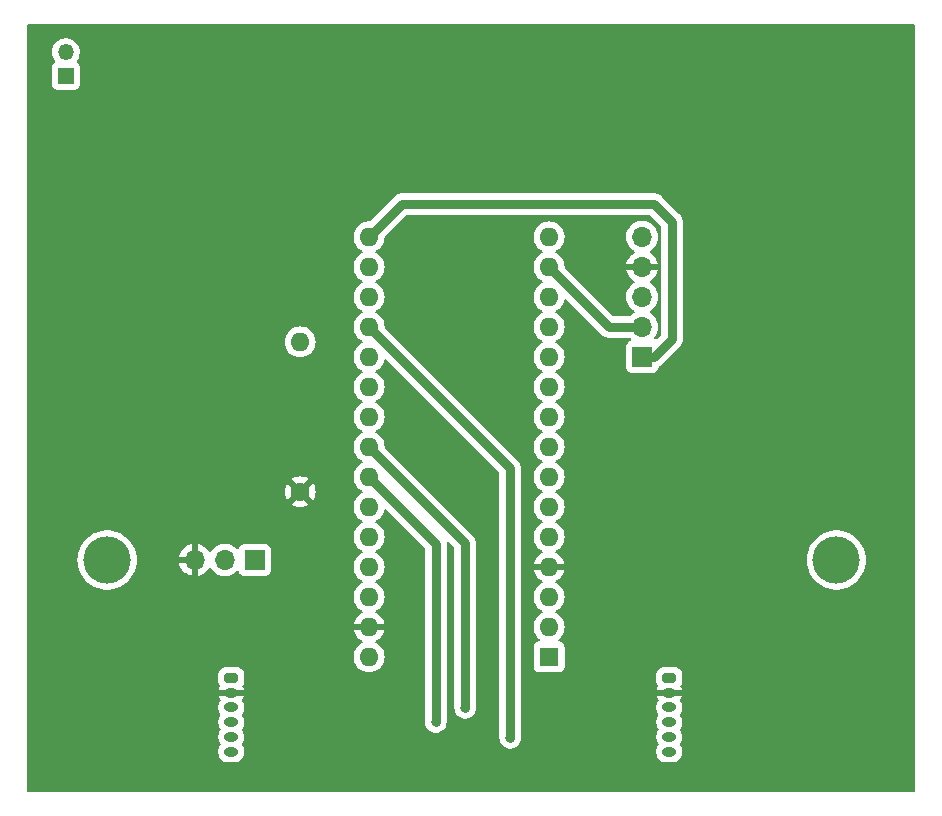
<source format=gtl>
G04 #@! TF.GenerationSoftware,KiCad,Pcbnew,(6.0.2)*
G04 #@! TF.CreationDate,2023-01-26T14:22:11+00:00*
G04 #@! TF.ProjectId,bomb-diffusal-maze,626f6d62-2d64-4696-9666-7573616c2d6d,rev?*
G04 #@! TF.SameCoordinates,Original*
G04 #@! TF.FileFunction,Copper,L1,Top*
G04 #@! TF.FilePolarity,Positive*
%FSLAX46Y46*%
G04 Gerber Fmt 4.6, Leading zero omitted, Abs format (unit mm)*
G04 Created by KiCad (PCBNEW (6.0.2)) date 2023-01-26 14:22:11*
%MOMM*%
%LPD*%
G01*
G04 APERTURE LIST*
G04 Aperture macros list*
%AMRoundRect*
0 Rectangle with rounded corners*
0 $1 Rounding radius*
0 $2 $3 $4 $5 $6 $7 $8 $9 X,Y pos of 4 corners*
0 Add a 4 corners polygon primitive as box body*
4,1,4,$2,$3,$4,$5,$6,$7,$8,$9,$2,$3,0*
0 Add four circle primitives for the rounded corners*
1,1,$1+$1,$2,$3*
1,1,$1+$1,$4,$5*
1,1,$1+$1,$6,$7*
1,1,$1+$1,$8,$9*
0 Add four rect primitives between the rounded corners*
20,1,$1+$1,$2,$3,$4,$5,0*
20,1,$1+$1,$4,$5,$6,$7,0*
20,1,$1+$1,$6,$7,$8,$9,0*
20,1,$1+$1,$8,$9,$2,$3,0*%
G04 Aperture macros list end*
G04 #@! TA.AperFunction,ComponentPad*
%ADD10R,1.700000X1.700000*%
G04 #@! TD*
G04 #@! TA.AperFunction,ComponentPad*
%ADD11O,1.700000X1.700000*%
G04 #@! TD*
G04 #@! TA.AperFunction,ComponentPad*
%ADD12RoundRect,0.166666X-0.433334X0.233334X-0.433334X-0.233334X0.433334X-0.233334X0.433334X0.233334X0*%
G04 #@! TD*
G04 #@! TA.AperFunction,ComponentPad*
%ADD13O,1.200000X0.800000*%
G04 #@! TD*
G04 #@! TA.AperFunction,ComponentPad*
%ADD14C,1.600000*%
G04 #@! TD*
G04 #@! TA.AperFunction,ComponentPad*
%ADD15O,1.600000X1.600000*%
G04 #@! TD*
G04 #@! TA.AperFunction,WasherPad*
%ADD16C,4.000000*%
G04 #@! TD*
G04 #@! TA.AperFunction,ComponentPad*
%ADD17R,1.350000X1.350000*%
G04 #@! TD*
G04 #@! TA.AperFunction,ComponentPad*
%ADD18O,1.350000X1.350000*%
G04 #@! TD*
G04 #@! TA.AperFunction,ComponentPad*
%ADD19R,1.600000X1.600000*%
G04 #@! TD*
G04 #@! TA.AperFunction,ViaPad*
%ADD20C,0.800000*%
G04 #@! TD*
G04 #@! TA.AperFunction,Conductor*
%ADD21C,0.800000*%
G04 #@! TD*
G04 APERTURE END LIST*
D10*
X174498000Y-76962000D03*
D11*
X174498000Y-74422000D03*
X174498000Y-71882000D03*
X174498000Y-69342000D03*
X174498000Y-66802000D03*
D12*
X176784000Y-104140000D03*
D13*
X176784000Y-105390000D03*
X176784000Y-106640000D03*
X176784000Y-107890000D03*
X176784000Y-109140000D03*
X176784000Y-110390000D03*
D10*
X141698000Y-94162000D03*
D11*
X139158000Y-94162000D03*
X136618000Y-94162000D03*
D14*
X145542000Y-88392000D03*
D15*
X145542000Y-75692000D03*
D16*
X190948000Y-94162000D03*
D17*
X125698000Y-53162000D03*
D18*
X125698000Y-51162000D03*
D19*
X166614000Y-102362000D03*
D15*
X166614000Y-99822000D03*
X166614000Y-97282000D03*
X166614000Y-94742000D03*
X166614000Y-92202000D03*
X166614000Y-89662000D03*
X166614000Y-87122000D03*
X166614000Y-84582000D03*
X166614000Y-82042000D03*
X166614000Y-79502000D03*
X166614000Y-76962000D03*
X166614000Y-74422000D03*
X166614000Y-71882000D03*
X166614000Y-69342000D03*
X166614000Y-66802000D03*
X151374000Y-66802000D03*
X151374000Y-69342000D03*
X151374000Y-71882000D03*
X151374000Y-74422000D03*
X151374000Y-76962000D03*
X151374000Y-79502000D03*
X151374000Y-82042000D03*
X151374000Y-84582000D03*
X151374000Y-87122000D03*
X151374000Y-89662000D03*
X151374000Y-92202000D03*
X151374000Y-94742000D03*
X151374000Y-97282000D03*
X151374000Y-99822000D03*
X151374000Y-102362000D03*
D16*
X129198000Y-94162000D03*
D12*
X139700000Y-104140000D03*
D13*
X139700000Y-105390000D03*
X139700000Y-106640000D03*
X139700000Y-107890000D03*
X139700000Y-109140000D03*
X139700000Y-110390000D03*
D20*
X163322000Y-109220000D03*
X159512000Y-106680000D03*
X157032000Y-107890000D03*
D21*
X174498000Y-74422000D02*
X171694000Y-74422000D01*
X171694000Y-74422000D02*
X166614000Y-69342000D01*
X177038000Y-65532000D02*
X175514000Y-64008000D01*
X175514000Y-64008000D02*
X154168000Y-64008000D01*
X177038000Y-75438000D02*
X177038000Y-65532000D01*
X154168000Y-64008000D02*
X151374000Y-66802000D01*
X174498000Y-76962000D02*
X175514000Y-76962000D01*
X175514000Y-76962000D02*
X177038000Y-75438000D01*
X163322000Y-109220000D02*
X163322000Y-86370000D01*
X163322000Y-86370000D02*
X151374000Y-74422000D01*
X151374000Y-84582000D02*
X159512000Y-92720000D01*
X159512000Y-92720000D02*
X159512000Y-106680000D01*
X157032000Y-92780000D02*
X157032000Y-107890000D01*
X151374000Y-87122000D02*
X157032000Y-92780000D01*
G04 #@! TA.AperFunction,Conductor*
G36*
X197554121Y-48788002D02*
G01*
X197600614Y-48841658D01*
X197612000Y-48894000D01*
X197612000Y-113666000D01*
X197591998Y-113734121D01*
X197538342Y-113780614D01*
X197486000Y-113792000D01*
X122554000Y-113792000D01*
X122485879Y-113771998D01*
X122439386Y-113718342D01*
X122428000Y-113666000D01*
X122428000Y-110485487D01*
X138591500Y-110485487D01*
X138631206Y-110672288D01*
X138708882Y-110846752D01*
X138821134Y-111001253D01*
X138963056Y-111129040D01*
X139128444Y-111224527D01*
X139310072Y-111283542D01*
X139316633Y-111284232D01*
X139316635Y-111284232D01*
X139369889Y-111289829D01*
X139452390Y-111298500D01*
X139947610Y-111298500D01*
X140030111Y-111289829D01*
X140083365Y-111284232D01*
X140083367Y-111284232D01*
X140089928Y-111283542D01*
X140271556Y-111224527D01*
X140436944Y-111129040D01*
X140578866Y-111001253D01*
X140691118Y-110846752D01*
X140768794Y-110672288D01*
X140808500Y-110485487D01*
X175675500Y-110485487D01*
X175715206Y-110672288D01*
X175792882Y-110846752D01*
X175905134Y-111001253D01*
X176047056Y-111129040D01*
X176212444Y-111224527D01*
X176394072Y-111283542D01*
X176400633Y-111284232D01*
X176400635Y-111284232D01*
X176453889Y-111289829D01*
X176536390Y-111298500D01*
X177031610Y-111298500D01*
X177114111Y-111289829D01*
X177167365Y-111284232D01*
X177167367Y-111284232D01*
X177173928Y-111283542D01*
X177355556Y-111224527D01*
X177520944Y-111129040D01*
X177662866Y-111001253D01*
X177775118Y-110846752D01*
X177852794Y-110672288D01*
X177892500Y-110485487D01*
X177892500Y-110294513D01*
X177852794Y-110107712D01*
X177775118Y-109933248D01*
X177706687Y-109839061D01*
X177682828Y-109772193D01*
X177698909Y-109703042D01*
X177706687Y-109690939D01*
X177771237Y-109602094D01*
X177771238Y-109602093D01*
X177775118Y-109596752D01*
X177852794Y-109422288D01*
X177892500Y-109235487D01*
X177892500Y-109044513D01*
X177852794Y-108857712D01*
X177826431Y-108798500D01*
X177777803Y-108689278D01*
X177777802Y-108689276D01*
X177775118Y-108683248D01*
X177706687Y-108589061D01*
X177682828Y-108522193D01*
X177698909Y-108453042D01*
X177706687Y-108440939D01*
X177771237Y-108352094D01*
X177771238Y-108352093D01*
X177775118Y-108346752D01*
X177810502Y-108267279D01*
X177850109Y-108178319D01*
X177850109Y-108178318D01*
X177852794Y-108172288D01*
X177892500Y-107985487D01*
X177892500Y-107794513D01*
X177852794Y-107607712D01*
X177844240Y-107588500D01*
X177777803Y-107439278D01*
X177777802Y-107439276D01*
X177775118Y-107433248D01*
X177706687Y-107339061D01*
X177682828Y-107272193D01*
X177698909Y-107203042D01*
X177706687Y-107190939D01*
X177771237Y-107102094D01*
X177771238Y-107102093D01*
X177775118Y-107096752D01*
X177792693Y-107057279D01*
X177850109Y-106928319D01*
X177850109Y-106928318D01*
X177852794Y-106922288D01*
X177892500Y-106735487D01*
X177892500Y-106544513D01*
X177852794Y-106357712D01*
X177775118Y-106183248D01*
X177706377Y-106088634D01*
X177682520Y-106021770D01*
X177698600Y-105952618D01*
X177706378Y-105940515D01*
X177770802Y-105851843D01*
X177777368Y-105840471D01*
X177849633Y-105678161D01*
X177853690Y-105665675D01*
X177854530Y-105661722D01*
X177853457Y-105647659D01*
X177843503Y-105644000D01*
X175727818Y-105644000D01*
X175714287Y-105647973D01*
X175712778Y-105658468D01*
X175714310Y-105665675D01*
X175718367Y-105678161D01*
X175790632Y-105840471D01*
X175797198Y-105851843D01*
X175861622Y-105940515D01*
X175885481Y-106007383D01*
X175869400Y-106076534D01*
X175861634Y-106088620D01*
X175792882Y-106183248D01*
X175715206Y-106357712D01*
X175675500Y-106544513D01*
X175675500Y-106735487D01*
X175715206Y-106922288D01*
X175717891Y-106928318D01*
X175717891Y-106928319D01*
X175775308Y-107057279D01*
X175792882Y-107096752D01*
X175796762Y-107102093D01*
X175796763Y-107102094D01*
X175861313Y-107190939D01*
X175885172Y-107257807D01*
X175869091Y-107326958D01*
X175861313Y-107339061D01*
X175792882Y-107433248D01*
X175790198Y-107439276D01*
X175790197Y-107439278D01*
X175723760Y-107588500D01*
X175715206Y-107607712D01*
X175675500Y-107794513D01*
X175675500Y-107985487D01*
X175715206Y-108172288D01*
X175717891Y-108178318D01*
X175717891Y-108178319D01*
X175757499Y-108267279D01*
X175792882Y-108346752D01*
X175796762Y-108352093D01*
X175796763Y-108352094D01*
X175861313Y-108440939D01*
X175885172Y-108507807D01*
X175869091Y-108576958D01*
X175861313Y-108589061D01*
X175792882Y-108683248D01*
X175790198Y-108689276D01*
X175790197Y-108689278D01*
X175741569Y-108798500D01*
X175715206Y-108857712D01*
X175675500Y-109044513D01*
X175675500Y-109235487D01*
X175715206Y-109422288D01*
X175792882Y-109596752D01*
X175796762Y-109602093D01*
X175796763Y-109602094D01*
X175861313Y-109690939D01*
X175885172Y-109757807D01*
X175869091Y-109826958D01*
X175861313Y-109839061D01*
X175792882Y-109933248D01*
X175715206Y-110107712D01*
X175675500Y-110294513D01*
X175675500Y-110485487D01*
X140808500Y-110485487D01*
X140808500Y-110294513D01*
X140768794Y-110107712D01*
X140691118Y-109933248D01*
X140622687Y-109839061D01*
X140598828Y-109772193D01*
X140614909Y-109703042D01*
X140622687Y-109690939D01*
X140687237Y-109602094D01*
X140687238Y-109602093D01*
X140691118Y-109596752D01*
X140768794Y-109422288D01*
X140808500Y-109235487D01*
X140808500Y-109044513D01*
X140768794Y-108857712D01*
X140742431Y-108798500D01*
X140693803Y-108689278D01*
X140693802Y-108689276D01*
X140691118Y-108683248D01*
X140622687Y-108589061D01*
X140598828Y-108522193D01*
X140614909Y-108453042D01*
X140622687Y-108440939D01*
X140687237Y-108352094D01*
X140687238Y-108352093D01*
X140691118Y-108346752D01*
X140726502Y-108267279D01*
X140766109Y-108178319D01*
X140766109Y-108178318D01*
X140768794Y-108172288D01*
X140808500Y-107985487D01*
X140808500Y-107794513D01*
X140768794Y-107607712D01*
X140760240Y-107588500D01*
X140693803Y-107439278D01*
X140693802Y-107439276D01*
X140691118Y-107433248D01*
X140622687Y-107339061D01*
X140598828Y-107272193D01*
X140614909Y-107203042D01*
X140622687Y-107190939D01*
X140687237Y-107102094D01*
X140687238Y-107102093D01*
X140691118Y-107096752D01*
X140708693Y-107057279D01*
X140766109Y-106928319D01*
X140766109Y-106928318D01*
X140768794Y-106922288D01*
X140808500Y-106735487D01*
X140808500Y-106544513D01*
X140768794Y-106357712D01*
X140691118Y-106183248D01*
X140622377Y-106088634D01*
X140598520Y-106021770D01*
X140614600Y-105952618D01*
X140622378Y-105940515D01*
X140686802Y-105851843D01*
X140693368Y-105840471D01*
X140765633Y-105678161D01*
X140769690Y-105665675D01*
X140770530Y-105661722D01*
X140769457Y-105647659D01*
X140759503Y-105644000D01*
X138643818Y-105644000D01*
X138630287Y-105647973D01*
X138628778Y-105658468D01*
X138630310Y-105665675D01*
X138634367Y-105678161D01*
X138706632Y-105840471D01*
X138713198Y-105851843D01*
X138777622Y-105940515D01*
X138801481Y-106007383D01*
X138785400Y-106076534D01*
X138777634Y-106088620D01*
X138708882Y-106183248D01*
X138631206Y-106357712D01*
X138591500Y-106544513D01*
X138591500Y-106735487D01*
X138631206Y-106922288D01*
X138633891Y-106928318D01*
X138633891Y-106928319D01*
X138691308Y-107057279D01*
X138708882Y-107096752D01*
X138712762Y-107102093D01*
X138712763Y-107102094D01*
X138777313Y-107190939D01*
X138801172Y-107257807D01*
X138785091Y-107326958D01*
X138777313Y-107339061D01*
X138708882Y-107433248D01*
X138706198Y-107439276D01*
X138706197Y-107439278D01*
X138639760Y-107588500D01*
X138631206Y-107607712D01*
X138591500Y-107794513D01*
X138591500Y-107985487D01*
X138631206Y-108172288D01*
X138633891Y-108178318D01*
X138633891Y-108178319D01*
X138673499Y-108267279D01*
X138708882Y-108346752D01*
X138712762Y-108352093D01*
X138712763Y-108352094D01*
X138777313Y-108440939D01*
X138801172Y-108507807D01*
X138785091Y-108576958D01*
X138777313Y-108589061D01*
X138708882Y-108683248D01*
X138706198Y-108689276D01*
X138706197Y-108689278D01*
X138657569Y-108798500D01*
X138631206Y-108857712D01*
X138591500Y-109044513D01*
X138591500Y-109235487D01*
X138631206Y-109422288D01*
X138708882Y-109596752D01*
X138712762Y-109602093D01*
X138712763Y-109602094D01*
X138777313Y-109690939D01*
X138801172Y-109757807D01*
X138785091Y-109826958D01*
X138777313Y-109839061D01*
X138708882Y-109933248D01*
X138631206Y-110107712D01*
X138591500Y-110294513D01*
X138591500Y-110485487D01*
X122428000Y-110485487D01*
X122428000Y-103852699D01*
X138591500Y-103852699D01*
X138591501Y-104427300D01*
X138591764Y-104430158D01*
X138591764Y-104430167D01*
X138594836Y-104463604D01*
X138597930Y-104497277D01*
X138646798Y-104653215D01*
X138650733Y-104659712D01*
X138724431Y-104781403D01*
X138742610Y-104850033D01*
X138718590Y-104920737D01*
X138713196Y-104928161D01*
X138706632Y-104939529D01*
X138634367Y-105101839D01*
X138630310Y-105114325D01*
X138629470Y-105118278D01*
X138630543Y-105132341D01*
X138640497Y-105136000D01*
X140756182Y-105136000D01*
X140769713Y-105132027D01*
X140771222Y-105121532D01*
X140769690Y-105114325D01*
X140765633Y-105101839D01*
X140693368Y-104939529D01*
X140686804Y-104928161D01*
X140681410Y-104920737D01*
X140657551Y-104853870D01*
X140675569Y-104781403D01*
X140749267Y-104659712D01*
X140753202Y-104653215D01*
X140802070Y-104497277D01*
X140808500Y-104427301D01*
X140808499Y-103852700D01*
X140808234Y-103849808D01*
X140802681Y-103789377D01*
X140802070Y-103782723D01*
X140768318Y-103675019D01*
X140755474Y-103634034D01*
X140755473Y-103634032D01*
X140753202Y-103626785D01*
X140668548Y-103487004D01*
X140552996Y-103371452D01*
X140413215Y-103286798D01*
X140405968Y-103284527D01*
X140405966Y-103284526D01*
X140341934Y-103264460D01*
X140257277Y-103237930D01*
X140187301Y-103231500D01*
X140184403Y-103231500D01*
X139698736Y-103231501D01*
X139212700Y-103231501D01*
X139209842Y-103231764D01*
X139209833Y-103231764D01*
X139176396Y-103234836D01*
X139142723Y-103237930D01*
X139136345Y-103239929D01*
X139136344Y-103239929D01*
X138994034Y-103284526D01*
X138994032Y-103284527D01*
X138986785Y-103286798D01*
X138847004Y-103371452D01*
X138731452Y-103487004D01*
X138646798Y-103626785D01*
X138644527Y-103634032D01*
X138644526Y-103634034D01*
X138631682Y-103675019D01*
X138597930Y-103782723D01*
X138591500Y-103852699D01*
X122428000Y-103852699D01*
X122428000Y-102362000D01*
X150060502Y-102362000D01*
X150080457Y-102590087D01*
X150139716Y-102811243D01*
X150142039Y-102816224D01*
X150142039Y-102816225D01*
X150234151Y-103013762D01*
X150234154Y-103013767D01*
X150236477Y-103018749D01*
X150367802Y-103206300D01*
X150529700Y-103368198D01*
X150534208Y-103371355D01*
X150534211Y-103371357D01*
X150575542Y-103400297D01*
X150717251Y-103499523D01*
X150722233Y-103501846D01*
X150722238Y-103501849D01*
X150919775Y-103593961D01*
X150924757Y-103596284D01*
X150930065Y-103597706D01*
X150930067Y-103597707D01*
X151140598Y-103654119D01*
X151140600Y-103654119D01*
X151145913Y-103655543D01*
X151374000Y-103675498D01*
X151602087Y-103655543D01*
X151607400Y-103654119D01*
X151607402Y-103654119D01*
X151817933Y-103597707D01*
X151817935Y-103597706D01*
X151823243Y-103596284D01*
X151828225Y-103593961D01*
X152025762Y-103501849D01*
X152025767Y-103501846D01*
X152030749Y-103499523D01*
X152172458Y-103400297D01*
X152213789Y-103371357D01*
X152213792Y-103371355D01*
X152218300Y-103368198D01*
X152380198Y-103206300D01*
X152511523Y-103018749D01*
X152513846Y-103013767D01*
X152513849Y-103013762D01*
X152605961Y-102816225D01*
X152605961Y-102816224D01*
X152608284Y-102811243D01*
X152667543Y-102590087D01*
X152687498Y-102362000D01*
X152667543Y-102133913D01*
X152608284Y-101912757D01*
X152605961Y-101907775D01*
X152513849Y-101710238D01*
X152513846Y-101710233D01*
X152511523Y-101705251D01*
X152380198Y-101517700D01*
X152218300Y-101355802D01*
X152213792Y-101352645D01*
X152213789Y-101352643D01*
X152135611Y-101297902D01*
X152030749Y-101224477D01*
X152025767Y-101222154D01*
X152025762Y-101222151D01*
X151990951Y-101205919D01*
X151937666Y-101159002D01*
X151918205Y-101090725D01*
X151938747Y-101022765D01*
X151990951Y-100977529D01*
X152025511Y-100961414D01*
X152035007Y-100955931D01*
X152213467Y-100830972D01*
X152221875Y-100823916D01*
X152375916Y-100669875D01*
X152382972Y-100661467D01*
X152507931Y-100483007D01*
X152513414Y-100473511D01*
X152605490Y-100276053D01*
X152609236Y-100265761D01*
X152655394Y-100093497D01*
X152655058Y-100079401D01*
X152647116Y-100076000D01*
X150106033Y-100076000D01*
X150092502Y-100079973D01*
X150091273Y-100088522D01*
X150138764Y-100265761D01*
X150142510Y-100276053D01*
X150234586Y-100473511D01*
X150240069Y-100483007D01*
X150365028Y-100661467D01*
X150372084Y-100669875D01*
X150526125Y-100823916D01*
X150534533Y-100830972D01*
X150712993Y-100955931D01*
X150722489Y-100961414D01*
X150757049Y-100977529D01*
X150810334Y-101024446D01*
X150829795Y-101092723D01*
X150809253Y-101160683D01*
X150757049Y-101205919D01*
X150722238Y-101222151D01*
X150722233Y-101222154D01*
X150717251Y-101224477D01*
X150612389Y-101297902D01*
X150534211Y-101352643D01*
X150534208Y-101352645D01*
X150529700Y-101355802D01*
X150367802Y-101517700D01*
X150236477Y-101705251D01*
X150234154Y-101710233D01*
X150234151Y-101710238D01*
X150142039Y-101907775D01*
X150139716Y-101912757D01*
X150080457Y-102133913D01*
X150060502Y-102362000D01*
X122428000Y-102362000D01*
X122428000Y-97282000D01*
X150060502Y-97282000D01*
X150080457Y-97510087D01*
X150139716Y-97731243D01*
X150142039Y-97736224D01*
X150142039Y-97736225D01*
X150234151Y-97933762D01*
X150234154Y-97933767D01*
X150236477Y-97938749D01*
X150367802Y-98126300D01*
X150529700Y-98288198D01*
X150534208Y-98291355D01*
X150534211Y-98291357D01*
X150612389Y-98346098D01*
X150717251Y-98419523D01*
X150722233Y-98421846D01*
X150722238Y-98421849D01*
X150757049Y-98438081D01*
X150810334Y-98484998D01*
X150829795Y-98553275D01*
X150809253Y-98621235D01*
X150757049Y-98666471D01*
X150722489Y-98682586D01*
X150712993Y-98688069D01*
X150534533Y-98813028D01*
X150526125Y-98820084D01*
X150372084Y-98974125D01*
X150365028Y-98982533D01*
X150240069Y-99160993D01*
X150234586Y-99170489D01*
X150142510Y-99367947D01*
X150138764Y-99378239D01*
X150092606Y-99550503D01*
X150092942Y-99564599D01*
X150100884Y-99568000D01*
X152641967Y-99568000D01*
X152655498Y-99564027D01*
X152656727Y-99555478D01*
X152609236Y-99378239D01*
X152605490Y-99367947D01*
X152513414Y-99170489D01*
X152507931Y-99160993D01*
X152382972Y-98982533D01*
X152375916Y-98974125D01*
X152221875Y-98820084D01*
X152213467Y-98813028D01*
X152035007Y-98688069D01*
X152025511Y-98682586D01*
X151990951Y-98666471D01*
X151937666Y-98619554D01*
X151918205Y-98551277D01*
X151938747Y-98483317D01*
X151990951Y-98438081D01*
X152025762Y-98421849D01*
X152025767Y-98421846D01*
X152030749Y-98419523D01*
X152135611Y-98346098D01*
X152213789Y-98291357D01*
X152213792Y-98291355D01*
X152218300Y-98288198D01*
X152380198Y-98126300D01*
X152511523Y-97938749D01*
X152513846Y-97933767D01*
X152513849Y-97933762D01*
X152605961Y-97736225D01*
X152605961Y-97736224D01*
X152608284Y-97731243D01*
X152667543Y-97510087D01*
X152687498Y-97282000D01*
X152667543Y-97053913D01*
X152608284Y-96832757D01*
X152532623Y-96670500D01*
X152513849Y-96630238D01*
X152513846Y-96630233D01*
X152511523Y-96625251D01*
X152380198Y-96437700D01*
X152218300Y-96275802D01*
X152213792Y-96272645D01*
X152213789Y-96272643D01*
X152135611Y-96217902D01*
X152030749Y-96144477D01*
X152025767Y-96142154D01*
X152025762Y-96142151D01*
X151991543Y-96126195D01*
X151938258Y-96079278D01*
X151918797Y-96011001D01*
X151939339Y-95943041D01*
X151991543Y-95897805D01*
X152025762Y-95881849D01*
X152025767Y-95881846D01*
X152030749Y-95879523D01*
X152135611Y-95806098D01*
X152213789Y-95751357D01*
X152213792Y-95751355D01*
X152218300Y-95748198D01*
X152380198Y-95586300D01*
X152511523Y-95398749D01*
X152513846Y-95393767D01*
X152513849Y-95393762D01*
X152605961Y-95196225D01*
X152605961Y-95196224D01*
X152608284Y-95191243D01*
X152624248Y-95131667D01*
X152666119Y-94975402D01*
X152666119Y-94975400D01*
X152667543Y-94970087D01*
X152687498Y-94742000D01*
X152667543Y-94513913D01*
X152658702Y-94480918D01*
X152609707Y-94298067D01*
X152609706Y-94298065D01*
X152608284Y-94292757D01*
X152549157Y-94165958D01*
X152513849Y-94090238D01*
X152513846Y-94090233D01*
X152511523Y-94085251D01*
X152386409Y-93906570D01*
X152383357Y-93902211D01*
X152383355Y-93902208D01*
X152380198Y-93897700D01*
X152218300Y-93735802D01*
X152213792Y-93732645D01*
X152213789Y-93732643D01*
X152135611Y-93677902D01*
X152030749Y-93604477D01*
X152025767Y-93602154D01*
X152025762Y-93602151D01*
X151991543Y-93586195D01*
X151938258Y-93539278D01*
X151918797Y-93471001D01*
X151939339Y-93403041D01*
X151991543Y-93357805D01*
X152025762Y-93341849D01*
X152025767Y-93341846D01*
X152030749Y-93339523D01*
X152138798Y-93263866D01*
X152213789Y-93211357D01*
X152213792Y-93211355D01*
X152218300Y-93208198D01*
X152380198Y-93046300D01*
X152391752Y-93029800D01*
X152470797Y-92916912D01*
X152511523Y-92858749D01*
X152513846Y-92853767D01*
X152513849Y-92853762D01*
X152605961Y-92656225D01*
X152605961Y-92656224D01*
X152608284Y-92651243D01*
X152615882Y-92622889D01*
X152666119Y-92435402D01*
X152666119Y-92435400D01*
X152667543Y-92430087D01*
X152687498Y-92202000D01*
X152667543Y-91973913D01*
X152644456Y-91887753D01*
X152609707Y-91758067D01*
X152609706Y-91758065D01*
X152608284Y-91752757D01*
X152605961Y-91747775D01*
X152513849Y-91550238D01*
X152513846Y-91550233D01*
X152511523Y-91545251D01*
X152380198Y-91357700D01*
X152218300Y-91195802D01*
X152213792Y-91192645D01*
X152213789Y-91192643D01*
X152135611Y-91137902D01*
X152030749Y-91064477D01*
X152025767Y-91062154D01*
X152025762Y-91062151D01*
X151991543Y-91046195D01*
X151938258Y-90999278D01*
X151918797Y-90931001D01*
X151939339Y-90863041D01*
X151991543Y-90817805D01*
X152025762Y-90801849D01*
X152025767Y-90801846D01*
X152030749Y-90799523D01*
X152135611Y-90726098D01*
X152213789Y-90671357D01*
X152213792Y-90671355D01*
X152218300Y-90668198D01*
X152380198Y-90506300D01*
X152511523Y-90318749D01*
X152513846Y-90313767D01*
X152513849Y-90313762D01*
X152605961Y-90116225D01*
X152605961Y-90116224D01*
X152608284Y-90111243D01*
X152651154Y-89951252D01*
X152688106Y-89890630D01*
X152751967Y-89859608D01*
X152822461Y-89868037D01*
X152861956Y-89894769D01*
X156086595Y-93119408D01*
X156120621Y-93181720D01*
X156123500Y-93208503D01*
X156123500Y-107835784D01*
X156122810Y-107848955D01*
X156118496Y-107890000D01*
X156138458Y-108079928D01*
X156197473Y-108261556D01*
X156292960Y-108426944D01*
X156420747Y-108568866D01*
X156575248Y-108681118D01*
X156581276Y-108683802D01*
X156581278Y-108683803D01*
X156743681Y-108756109D01*
X156749712Y-108758794D01*
X156843113Y-108778647D01*
X156930056Y-108797128D01*
X156930061Y-108797128D01*
X156936513Y-108798500D01*
X157127487Y-108798500D01*
X157133939Y-108797128D01*
X157133944Y-108797128D01*
X157220887Y-108778647D01*
X157314288Y-108758794D01*
X157320319Y-108756109D01*
X157482722Y-108683803D01*
X157482724Y-108683802D01*
X157488752Y-108681118D01*
X157643253Y-108568866D01*
X157771040Y-108426944D01*
X157866527Y-108261556D01*
X157925542Y-108079928D01*
X157945504Y-107890000D01*
X157941190Y-107848955D01*
X157940500Y-107835784D01*
X157940500Y-92861416D01*
X157942051Y-92841704D01*
X157943009Y-92835660D01*
X157944252Y-92827809D01*
X157943478Y-92813029D01*
X157940673Y-92759519D01*
X157940500Y-92752925D01*
X157940500Y-92737503D01*
X157960502Y-92669382D01*
X158014158Y-92622889D01*
X158084432Y-92612785D01*
X158149012Y-92642279D01*
X158155595Y-92648408D01*
X158566595Y-93059408D01*
X158600621Y-93121720D01*
X158603500Y-93148503D01*
X158603500Y-106625784D01*
X158602810Y-106638955D01*
X158598496Y-106680000D01*
X158618458Y-106869928D01*
X158677473Y-107051556D01*
X158680776Y-107057278D01*
X158680777Y-107057279D01*
X158703567Y-107096752D01*
X158772960Y-107216944D01*
X158777378Y-107221851D01*
X158777379Y-107221852D01*
X158896325Y-107353955D01*
X158900747Y-107358866D01*
X159055248Y-107471118D01*
X159061276Y-107473802D01*
X159061278Y-107473803D01*
X159223681Y-107546109D01*
X159229712Y-107548794D01*
X159323113Y-107568647D01*
X159410056Y-107587128D01*
X159410061Y-107587128D01*
X159416513Y-107588500D01*
X159607487Y-107588500D01*
X159613939Y-107587128D01*
X159613944Y-107587128D01*
X159700888Y-107568647D01*
X159794288Y-107548794D01*
X159800319Y-107546109D01*
X159962722Y-107473803D01*
X159962724Y-107473802D01*
X159968752Y-107471118D01*
X160123253Y-107358866D01*
X160127675Y-107353955D01*
X160246621Y-107221852D01*
X160246622Y-107221851D01*
X160251040Y-107216944D01*
X160320433Y-107096752D01*
X160343223Y-107057279D01*
X160343224Y-107057278D01*
X160346527Y-107051556D01*
X160405542Y-106869928D01*
X160425504Y-106680000D01*
X160421190Y-106638955D01*
X160420500Y-106625784D01*
X160420500Y-92801417D01*
X160422051Y-92781705D01*
X160423220Y-92774325D01*
X160424252Y-92767810D01*
X160423818Y-92759519D01*
X160420673Y-92699520D01*
X160420500Y-92692926D01*
X160420500Y-92672390D01*
X160418801Y-92656225D01*
X160418353Y-92651958D01*
X160417836Y-92645384D01*
X160414603Y-92583692D01*
X160414602Y-92583688D01*
X160414257Y-92577097D01*
X160412547Y-92570714D01*
X160410617Y-92563509D01*
X160407015Y-92544075D01*
X160406234Y-92536646D01*
X160406232Y-92536637D01*
X160405542Y-92530072D01*
X160384400Y-92465003D01*
X160382531Y-92458695D01*
X160378720Y-92444470D01*
X160364829Y-92392630D01*
X160358440Y-92380092D01*
X160350875Y-92361826D01*
X160348569Y-92354728D01*
X160348568Y-92354726D01*
X160346527Y-92348444D01*
X160312331Y-92289215D01*
X160309185Y-92283421D01*
X160278129Y-92222470D01*
X160269273Y-92211533D01*
X160258073Y-92195237D01*
X160254343Y-92188776D01*
X160254340Y-92188772D01*
X160251040Y-92183056D01*
X160246623Y-92178150D01*
X160246619Y-92178145D01*
X160205278Y-92132231D01*
X160200994Y-92127216D01*
X160190148Y-92113823D01*
X160188072Y-92111259D01*
X160173557Y-92096744D01*
X160169016Y-92091959D01*
X160127673Y-92046043D01*
X160123253Y-92041134D01*
X160111865Y-92032860D01*
X160096832Y-92020019D01*
X152722677Y-84645864D01*
X152688651Y-84583552D01*
X152686251Y-84567750D01*
X152668023Y-84359394D01*
X152668022Y-84359389D01*
X152667543Y-84353913D01*
X152608284Y-84132757D01*
X152605961Y-84127775D01*
X152513849Y-83930238D01*
X152513846Y-83930233D01*
X152511523Y-83925251D01*
X152380198Y-83737700D01*
X152218300Y-83575802D01*
X152213792Y-83572645D01*
X152213789Y-83572643D01*
X152135611Y-83517902D01*
X152030749Y-83444477D01*
X152025767Y-83442154D01*
X152025762Y-83442151D01*
X151991543Y-83426195D01*
X151938258Y-83379278D01*
X151918797Y-83311001D01*
X151939339Y-83243041D01*
X151991543Y-83197805D01*
X152025762Y-83181849D01*
X152025767Y-83181846D01*
X152030749Y-83179523D01*
X152135611Y-83106098D01*
X152213789Y-83051357D01*
X152213792Y-83051355D01*
X152218300Y-83048198D01*
X152380198Y-82886300D01*
X152511523Y-82698749D01*
X152513846Y-82693767D01*
X152513849Y-82693762D01*
X152605961Y-82496225D01*
X152605961Y-82496224D01*
X152608284Y-82491243D01*
X152667543Y-82270087D01*
X152687498Y-82042000D01*
X152667543Y-81813913D01*
X152608284Y-81592757D01*
X152605961Y-81587775D01*
X152513849Y-81390238D01*
X152513846Y-81390233D01*
X152511523Y-81385251D01*
X152380198Y-81197700D01*
X152218300Y-81035802D01*
X152213792Y-81032645D01*
X152213789Y-81032643D01*
X152135611Y-80977902D01*
X152030749Y-80904477D01*
X152025767Y-80902154D01*
X152025762Y-80902151D01*
X151991543Y-80886195D01*
X151938258Y-80839278D01*
X151918797Y-80771001D01*
X151939339Y-80703041D01*
X151991543Y-80657805D01*
X152025762Y-80641849D01*
X152025767Y-80641846D01*
X152030749Y-80639523D01*
X152135611Y-80566098D01*
X152213789Y-80511357D01*
X152213792Y-80511355D01*
X152218300Y-80508198D01*
X152380198Y-80346300D01*
X152511523Y-80158749D01*
X152513846Y-80153767D01*
X152513849Y-80153762D01*
X152605961Y-79956225D01*
X152605961Y-79956224D01*
X152608284Y-79951243D01*
X152667543Y-79730087D01*
X152687498Y-79502000D01*
X152667543Y-79273913D01*
X152608284Y-79052757D01*
X152605961Y-79047775D01*
X152513849Y-78850238D01*
X152513846Y-78850233D01*
X152511523Y-78845251D01*
X152380198Y-78657700D01*
X152218300Y-78495802D01*
X152213792Y-78492645D01*
X152213789Y-78492643D01*
X152135611Y-78437902D01*
X152030749Y-78364477D01*
X152025767Y-78362154D01*
X152025762Y-78362151D01*
X151991543Y-78346195D01*
X151938258Y-78299278D01*
X151918797Y-78231001D01*
X151939339Y-78163041D01*
X151991543Y-78117805D01*
X152025762Y-78101849D01*
X152025767Y-78101846D01*
X152030749Y-78099523D01*
X152135611Y-78026098D01*
X152213789Y-77971357D01*
X152213792Y-77971355D01*
X152218300Y-77968198D01*
X152380198Y-77806300D01*
X152413189Y-77759185D01*
X152485945Y-77655278D01*
X152511523Y-77618749D01*
X152513846Y-77613767D01*
X152513849Y-77613762D01*
X152605961Y-77416225D01*
X152605961Y-77416224D01*
X152608284Y-77411243D01*
X152651154Y-77251252D01*
X152688106Y-77190630D01*
X152751967Y-77159608D01*
X152822461Y-77168037D01*
X152861956Y-77194769D01*
X162376595Y-86709408D01*
X162410621Y-86771720D01*
X162413500Y-86798503D01*
X162413500Y-109165784D01*
X162412810Y-109178955D01*
X162408496Y-109220000D01*
X162413500Y-109267610D01*
X162428458Y-109409928D01*
X162430498Y-109416205D01*
X162430498Y-109416207D01*
X162462234Y-109513880D01*
X162487473Y-109591556D01*
X162582960Y-109756944D01*
X162587378Y-109761851D01*
X162587379Y-109761852D01*
X162596690Y-109772193D01*
X162710747Y-109898866D01*
X162865248Y-110011118D01*
X162871276Y-110013802D01*
X162871278Y-110013803D01*
X163033681Y-110086109D01*
X163039712Y-110088794D01*
X163128714Y-110107712D01*
X163220056Y-110127128D01*
X163220061Y-110127128D01*
X163226513Y-110128500D01*
X163417487Y-110128500D01*
X163423939Y-110127128D01*
X163423944Y-110127128D01*
X163515286Y-110107712D01*
X163604288Y-110088794D01*
X163610319Y-110086109D01*
X163772722Y-110013803D01*
X163772724Y-110013802D01*
X163778752Y-110011118D01*
X163933253Y-109898866D01*
X164047310Y-109772193D01*
X164056621Y-109761852D01*
X164056622Y-109761851D01*
X164061040Y-109756944D01*
X164156527Y-109591556D01*
X164215542Y-109409928D01*
X164230500Y-109267610D01*
X164235504Y-109220000D01*
X164231190Y-109178955D01*
X164230500Y-109165784D01*
X164230500Y-103852699D01*
X175675500Y-103852699D01*
X175675501Y-104427300D01*
X175675764Y-104430158D01*
X175675764Y-104430167D01*
X175678836Y-104463604D01*
X175681930Y-104497277D01*
X175730798Y-104653215D01*
X175734733Y-104659712D01*
X175808431Y-104781403D01*
X175826610Y-104850033D01*
X175802590Y-104920737D01*
X175797196Y-104928161D01*
X175790632Y-104939529D01*
X175718367Y-105101839D01*
X175714310Y-105114325D01*
X175713470Y-105118278D01*
X175714543Y-105132341D01*
X175724497Y-105136000D01*
X177840182Y-105136000D01*
X177853713Y-105132027D01*
X177855222Y-105121532D01*
X177853690Y-105114325D01*
X177849633Y-105101839D01*
X177777368Y-104939529D01*
X177770804Y-104928161D01*
X177765410Y-104920737D01*
X177741551Y-104853870D01*
X177759569Y-104781403D01*
X177833267Y-104659712D01*
X177837202Y-104653215D01*
X177886070Y-104497277D01*
X177892500Y-104427301D01*
X177892499Y-103852700D01*
X177892234Y-103849808D01*
X177886681Y-103789377D01*
X177886070Y-103782723D01*
X177852318Y-103675019D01*
X177839474Y-103634034D01*
X177839473Y-103634032D01*
X177837202Y-103626785D01*
X177752548Y-103487004D01*
X177636996Y-103371452D01*
X177497215Y-103286798D01*
X177489968Y-103284527D01*
X177489966Y-103284526D01*
X177425934Y-103264460D01*
X177341277Y-103237930D01*
X177271301Y-103231500D01*
X177268403Y-103231500D01*
X176782736Y-103231501D01*
X176296700Y-103231501D01*
X176293842Y-103231764D01*
X176293833Y-103231764D01*
X176260396Y-103234836D01*
X176226723Y-103237930D01*
X176220345Y-103239929D01*
X176220344Y-103239929D01*
X176078034Y-103284526D01*
X176078032Y-103284527D01*
X176070785Y-103286798D01*
X175931004Y-103371452D01*
X175815452Y-103487004D01*
X175730798Y-103626785D01*
X175728527Y-103634032D01*
X175728526Y-103634034D01*
X175715682Y-103675019D01*
X175681930Y-103782723D01*
X175675500Y-103852699D01*
X164230500Y-103852699D01*
X164230500Y-99822000D01*
X165300502Y-99822000D01*
X165320457Y-100050087D01*
X165379716Y-100271243D01*
X165382039Y-100276224D01*
X165382039Y-100276225D01*
X165474151Y-100473762D01*
X165474154Y-100473767D01*
X165476477Y-100478749D01*
X165607802Y-100666300D01*
X165769700Y-100828198D01*
X165774211Y-100831357D01*
X165778424Y-100834892D01*
X165777473Y-100836026D01*
X165817471Y-100886071D01*
X165824776Y-100956690D01*
X165792742Y-101020049D01*
X165731538Y-101056030D01*
X165714483Y-101059082D01*
X165703684Y-101060255D01*
X165567295Y-101111385D01*
X165450739Y-101198739D01*
X165363385Y-101315295D01*
X165312255Y-101451684D01*
X165305500Y-101513866D01*
X165305500Y-103210134D01*
X165312255Y-103272316D01*
X165363385Y-103408705D01*
X165450739Y-103525261D01*
X165567295Y-103612615D01*
X165703684Y-103663745D01*
X165765866Y-103670500D01*
X167462134Y-103670500D01*
X167524316Y-103663745D01*
X167660705Y-103612615D01*
X167777261Y-103525261D01*
X167864615Y-103408705D01*
X167915745Y-103272316D01*
X167922500Y-103210134D01*
X167922500Y-101513866D01*
X167915745Y-101451684D01*
X167864615Y-101315295D01*
X167777261Y-101198739D01*
X167660705Y-101111385D01*
X167524316Y-101060255D01*
X167513526Y-101059083D01*
X167511394Y-101058197D01*
X167508778Y-101057575D01*
X167508879Y-101057152D01*
X167447965Y-101031845D01*
X167407537Y-100973483D01*
X167405078Y-100902529D01*
X167441371Y-100841510D01*
X167450035Y-100834507D01*
X167453790Y-100831356D01*
X167458300Y-100828198D01*
X167620198Y-100666300D01*
X167751523Y-100478749D01*
X167753846Y-100473767D01*
X167753849Y-100473762D01*
X167845961Y-100276225D01*
X167845961Y-100276224D01*
X167848284Y-100271243D01*
X167907543Y-100050087D01*
X167927498Y-99822000D01*
X167907543Y-99593913D01*
X167848284Y-99372757D01*
X167753966Y-99170489D01*
X167753849Y-99170238D01*
X167753846Y-99170233D01*
X167751523Y-99165251D01*
X167620198Y-98977700D01*
X167458300Y-98815802D01*
X167453792Y-98812645D01*
X167453789Y-98812643D01*
X167375611Y-98757902D01*
X167270749Y-98684477D01*
X167265767Y-98682154D01*
X167265762Y-98682151D01*
X167231543Y-98666195D01*
X167178258Y-98619278D01*
X167158797Y-98551001D01*
X167179339Y-98483041D01*
X167231543Y-98437805D01*
X167265762Y-98421849D01*
X167265767Y-98421846D01*
X167270749Y-98419523D01*
X167375611Y-98346098D01*
X167453789Y-98291357D01*
X167453792Y-98291355D01*
X167458300Y-98288198D01*
X167620198Y-98126300D01*
X167751523Y-97938749D01*
X167753846Y-97933767D01*
X167753849Y-97933762D01*
X167845961Y-97736225D01*
X167845961Y-97736224D01*
X167848284Y-97731243D01*
X167907543Y-97510087D01*
X167927498Y-97282000D01*
X167907543Y-97053913D01*
X167848284Y-96832757D01*
X167772623Y-96670500D01*
X167753849Y-96630238D01*
X167753846Y-96630233D01*
X167751523Y-96625251D01*
X167620198Y-96437700D01*
X167458300Y-96275802D01*
X167453792Y-96272645D01*
X167453789Y-96272643D01*
X167375611Y-96217902D01*
X167270749Y-96144477D01*
X167265767Y-96142154D01*
X167265762Y-96142151D01*
X167230951Y-96125919D01*
X167177666Y-96079002D01*
X167158205Y-96010725D01*
X167178747Y-95942765D01*
X167230951Y-95897529D01*
X167265511Y-95881414D01*
X167275007Y-95875931D01*
X167453467Y-95750972D01*
X167461875Y-95743916D01*
X167615916Y-95589875D01*
X167622972Y-95581467D01*
X167747931Y-95403007D01*
X167753414Y-95393511D01*
X167845490Y-95196053D01*
X167849236Y-95185761D01*
X167895394Y-95013497D01*
X167895058Y-94999401D01*
X167887116Y-94996000D01*
X165346033Y-94996000D01*
X165332502Y-94999973D01*
X165331273Y-95008522D01*
X165378764Y-95185761D01*
X165382510Y-95196053D01*
X165474586Y-95393511D01*
X165480069Y-95403007D01*
X165605028Y-95581467D01*
X165612084Y-95589875D01*
X165766125Y-95743916D01*
X165774533Y-95750972D01*
X165952993Y-95875931D01*
X165962489Y-95881414D01*
X165997049Y-95897529D01*
X166050334Y-95944446D01*
X166069795Y-96012723D01*
X166049253Y-96080683D01*
X165997049Y-96125919D01*
X165962238Y-96142151D01*
X165962233Y-96142154D01*
X165957251Y-96144477D01*
X165852389Y-96217902D01*
X165774211Y-96272643D01*
X165774208Y-96272645D01*
X165769700Y-96275802D01*
X165607802Y-96437700D01*
X165476477Y-96625251D01*
X165474154Y-96630233D01*
X165474151Y-96630238D01*
X165455377Y-96670500D01*
X165379716Y-96832757D01*
X165320457Y-97053913D01*
X165300502Y-97282000D01*
X165320457Y-97510087D01*
X165379716Y-97731243D01*
X165382039Y-97736224D01*
X165382039Y-97736225D01*
X165474151Y-97933762D01*
X165474154Y-97933767D01*
X165476477Y-97938749D01*
X165607802Y-98126300D01*
X165769700Y-98288198D01*
X165774208Y-98291355D01*
X165774211Y-98291357D01*
X165852389Y-98346098D01*
X165957251Y-98419523D01*
X165962233Y-98421846D01*
X165962238Y-98421849D01*
X165996457Y-98437805D01*
X166049742Y-98484722D01*
X166069203Y-98552999D01*
X166048661Y-98620959D01*
X165996457Y-98666195D01*
X165962238Y-98682151D01*
X165962233Y-98682154D01*
X165957251Y-98684477D01*
X165852389Y-98757902D01*
X165774211Y-98812643D01*
X165774208Y-98812645D01*
X165769700Y-98815802D01*
X165607802Y-98977700D01*
X165476477Y-99165251D01*
X165474154Y-99170233D01*
X165474151Y-99170238D01*
X165474034Y-99170489D01*
X165379716Y-99372757D01*
X165320457Y-99593913D01*
X165300502Y-99822000D01*
X164230500Y-99822000D01*
X164230500Y-86451417D01*
X164232051Y-86431707D01*
X164233220Y-86424327D01*
X164233220Y-86424326D01*
X164234252Y-86417810D01*
X164230673Y-86349520D01*
X164230500Y-86342926D01*
X164230500Y-86322390D01*
X164230156Y-86319116D01*
X164228353Y-86301958D01*
X164227836Y-86295384D01*
X164224603Y-86233696D01*
X164224603Y-86233694D01*
X164224257Y-86227097D01*
X164220615Y-86213504D01*
X164217014Y-86194075D01*
X164216232Y-86186639D01*
X164215542Y-86180072D01*
X164194407Y-86115025D01*
X164192535Y-86108706D01*
X164176538Y-86049003D01*
X164176537Y-86049000D01*
X164174830Y-86042630D01*
X164168438Y-86030085D01*
X164160874Y-86011823D01*
X164158568Y-86004726D01*
X164156527Y-85998444D01*
X164122336Y-85939223D01*
X164119188Y-85933426D01*
X164091126Y-85878351D01*
X164091124Y-85878348D01*
X164088129Y-85872470D01*
X164079273Y-85861533D01*
X164068073Y-85845237D01*
X164064343Y-85838776D01*
X164064340Y-85838772D01*
X164061040Y-85833056D01*
X164056623Y-85828150D01*
X164056619Y-85828145D01*
X164015278Y-85782231D01*
X164010994Y-85777216D01*
X164000148Y-85763823D01*
X163998072Y-85761259D01*
X163983557Y-85746744D01*
X163979016Y-85741959D01*
X163937673Y-85696043D01*
X163933253Y-85691134D01*
X163921865Y-85682860D01*
X163906832Y-85670019D01*
X152722677Y-74485864D01*
X152688651Y-74423552D01*
X152686251Y-74407750D01*
X152668023Y-74199394D01*
X152668022Y-74199389D01*
X152667543Y-74193913D01*
X152666119Y-74188598D01*
X152609707Y-73978067D01*
X152609706Y-73978065D01*
X152608284Y-73972757D01*
X152605961Y-73967775D01*
X152513849Y-73770238D01*
X152513846Y-73770233D01*
X152511523Y-73765251D01*
X152438098Y-73660389D01*
X152383357Y-73582211D01*
X152383355Y-73582208D01*
X152380198Y-73577700D01*
X152218300Y-73415802D01*
X152213792Y-73412645D01*
X152213789Y-73412643D01*
X152135611Y-73357902D01*
X152030749Y-73284477D01*
X152025767Y-73282154D01*
X152025762Y-73282151D01*
X151991543Y-73266195D01*
X151938258Y-73219278D01*
X151918797Y-73151001D01*
X151939339Y-73083041D01*
X151991543Y-73037805D01*
X152025762Y-73021849D01*
X152025767Y-73021846D01*
X152030749Y-73019523D01*
X152173555Y-72919529D01*
X152213789Y-72891357D01*
X152213792Y-72891355D01*
X152218300Y-72888198D01*
X152380198Y-72726300D01*
X152404923Y-72690990D01*
X152508366Y-72543257D01*
X152511523Y-72538749D01*
X152513846Y-72533767D01*
X152513849Y-72533762D01*
X152605961Y-72336225D01*
X152605961Y-72336224D01*
X152608284Y-72331243D01*
X152618150Y-72294425D01*
X152666119Y-72115402D01*
X152666119Y-72115400D01*
X152667543Y-72110087D01*
X152687498Y-71882000D01*
X152667543Y-71653913D01*
X152661593Y-71631707D01*
X152609707Y-71438067D01*
X152609706Y-71438065D01*
X152608284Y-71432757D01*
X152596092Y-71406610D01*
X152513849Y-71230238D01*
X152513846Y-71230233D01*
X152511523Y-71225251D01*
X152438098Y-71120389D01*
X152383357Y-71042211D01*
X152383355Y-71042208D01*
X152380198Y-71037700D01*
X152218300Y-70875802D01*
X152213792Y-70872645D01*
X152213789Y-70872643D01*
X152135611Y-70817902D01*
X152030749Y-70744477D01*
X152025767Y-70742154D01*
X152025762Y-70742151D01*
X151991543Y-70726195D01*
X151938258Y-70679278D01*
X151918797Y-70611001D01*
X151939339Y-70543041D01*
X151991543Y-70497805D01*
X152025762Y-70481849D01*
X152025767Y-70481846D01*
X152030749Y-70479523D01*
X152135611Y-70406098D01*
X152213789Y-70351357D01*
X152213792Y-70351355D01*
X152218300Y-70348198D01*
X152380198Y-70186300D01*
X152511523Y-69998749D01*
X152513846Y-69993767D01*
X152513849Y-69993762D01*
X152605961Y-69796225D01*
X152605961Y-69796224D01*
X152608284Y-69791243D01*
X152656858Y-69609966D01*
X152666119Y-69575402D01*
X152666119Y-69575400D01*
X152667543Y-69570087D01*
X152687498Y-69342000D01*
X152667543Y-69113913D01*
X152660600Y-69088000D01*
X152609707Y-68898067D01*
X152609706Y-68898065D01*
X152608284Y-68892757D01*
X152519713Y-68702814D01*
X152513849Y-68690238D01*
X152513846Y-68690233D01*
X152511523Y-68685251D01*
X152380198Y-68497700D01*
X152218300Y-68335802D01*
X152213792Y-68332645D01*
X152213789Y-68332643D01*
X152135611Y-68277902D01*
X152030749Y-68204477D01*
X152025767Y-68202154D01*
X152025762Y-68202151D01*
X151991543Y-68186195D01*
X151938258Y-68139278D01*
X151918797Y-68071001D01*
X151939339Y-68003041D01*
X151991543Y-67957805D01*
X152025762Y-67941849D01*
X152025767Y-67941846D01*
X152030749Y-67939523D01*
X152173555Y-67839529D01*
X152213789Y-67811357D01*
X152213792Y-67811355D01*
X152218300Y-67808198D01*
X152380198Y-67646300D01*
X152404923Y-67610990D01*
X152508366Y-67463257D01*
X152511523Y-67458749D01*
X152513846Y-67453767D01*
X152513849Y-67453762D01*
X152605961Y-67256225D01*
X152605961Y-67256224D01*
X152608284Y-67251243D01*
X152618150Y-67214425D01*
X152666119Y-67035402D01*
X152666119Y-67035400D01*
X152667543Y-67030087D01*
X152668022Y-67024611D01*
X152668023Y-67024606D01*
X152686251Y-66816250D01*
X152712114Y-66750131D01*
X152722677Y-66738136D01*
X154507408Y-64953405D01*
X154569720Y-64919379D01*
X154596503Y-64916500D01*
X175085497Y-64916500D01*
X175153618Y-64936502D01*
X175174592Y-64953405D01*
X176092595Y-65871408D01*
X176126621Y-65933720D01*
X176129500Y-65960503D01*
X176129500Y-75009497D01*
X176109498Y-75077618D01*
X176092595Y-75098592D01*
X175738843Y-75452344D01*
X175676531Y-75486370D01*
X175605716Y-75481305D01*
X175548880Y-75438758D01*
X175524069Y-75372238D01*
X175539160Y-75302864D01*
X175547425Y-75289723D01*
X175663435Y-75128277D01*
X175666453Y-75124077D01*
X175671894Y-75113069D01*
X175763136Y-74928453D01*
X175763137Y-74928451D01*
X175765430Y-74923811D01*
X175830370Y-74710069D01*
X175859529Y-74488590D01*
X175860227Y-74460039D01*
X175861074Y-74425365D01*
X175861074Y-74425361D01*
X175861156Y-74422000D01*
X175842852Y-74199361D01*
X175788431Y-73982702D01*
X175699354Y-73777840D01*
X175578014Y-73590277D01*
X175427670Y-73425051D01*
X175423619Y-73421852D01*
X175423615Y-73421848D01*
X175256414Y-73289800D01*
X175256410Y-73289798D01*
X175252359Y-73286598D01*
X175211053Y-73263796D01*
X175161084Y-73213364D01*
X175146312Y-73143921D01*
X175171428Y-73077516D01*
X175198780Y-73050909D01*
X175247207Y-73016366D01*
X175377860Y-72923173D01*
X175409788Y-72891357D01*
X175532435Y-72769137D01*
X175536096Y-72765489D01*
X175567498Y-72721789D01*
X175663435Y-72588277D01*
X175666453Y-72584077D01*
X175686628Y-72543257D01*
X175763136Y-72388453D01*
X175763137Y-72388451D01*
X175765430Y-72383811D01*
X175830370Y-72170069D01*
X175859529Y-71948590D01*
X175861156Y-71882000D01*
X175842852Y-71659361D01*
X175788431Y-71442702D01*
X175699354Y-71237840D01*
X175578014Y-71050277D01*
X175427670Y-70885051D01*
X175423619Y-70881852D01*
X175423615Y-70881848D01*
X175256414Y-70749800D01*
X175256410Y-70749798D01*
X175252359Y-70746598D01*
X175210569Y-70723529D01*
X175160598Y-70673097D01*
X175145826Y-70603654D01*
X175170942Y-70537248D01*
X175198294Y-70510641D01*
X175373328Y-70385792D01*
X175381200Y-70379139D01*
X175532052Y-70228812D01*
X175538730Y-70220965D01*
X175663003Y-70048020D01*
X175668313Y-70039183D01*
X175762670Y-69848267D01*
X175766469Y-69838672D01*
X175828377Y-69634910D01*
X175830555Y-69624837D01*
X175831986Y-69613962D01*
X175829775Y-69599778D01*
X175816617Y-69596000D01*
X173181225Y-69596000D01*
X173167694Y-69599973D01*
X173166257Y-69609966D01*
X173196565Y-69744446D01*
X173199645Y-69754275D01*
X173279770Y-69951603D01*
X173284413Y-69960794D01*
X173395694Y-70142388D01*
X173401777Y-70150699D01*
X173541213Y-70311667D01*
X173548580Y-70318883D01*
X173712434Y-70454916D01*
X173720881Y-70460831D01*
X173789969Y-70501203D01*
X173838693Y-70552842D01*
X173851764Y-70622625D01*
X173825033Y-70688396D01*
X173784584Y-70721752D01*
X173771607Y-70728507D01*
X173767474Y-70731610D01*
X173767471Y-70731612D01*
X173746132Y-70747634D01*
X173592965Y-70862635D01*
X173438629Y-71024138D01*
X173435715Y-71028410D01*
X173435714Y-71028411D01*
X173426300Y-71042211D01*
X173312743Y-71208680D01*
X173218688Y-71411305D01*
X173158989Y-71626570D01*
X173135251Y-71848695D01*
X173135548Y-71853848D01*
X173135548Y-71853851D01*
X173141011Y-71948590D01*
X173148110Y-72071715D01*
X173149247Y-72076761D01*
X173149248Y-72076767D01*
X173157955Y-72115402D01*
X173197222Y-72289639D01*
X173281266Y-72496616D01*
X173397987Y-72687088D01*
X173544250Y-72855938D01*
X173716126Y-72998632D01*
X173783163Y-73037805D01*
X173789445Y-73041476D01*
X173838169Y-73093114D01*
X173851240Y-73162897D01*
X173824509Y-73228669D01*
X173784055Y-73262027D01*
X173771607Y-73268507D01*
X173767474Y-73271610D01*
X173767471Y-73271612D01*
X173746132Y-73287634D01*
X173592965Y-73402635D01*
X173567895Y-73428870D01*
X173524241Y-73474551D01*
X173462717Y-73509981D01*
X173433147Y-73513500D01*
X172122503Y-73513500D01*
X172054382Y-73493498D01*
X172033408Y-73476595D01*
X167962677Y-69405864D01*
X167928651Y-69343552D01*
X167926251Y-69327750D01*
X167908023Y-69119394D01*
X167908022Y-69119389D01*
X167907543Y-69113913D01*
X167900600Y-69088000D01*
X167849707Y-68898067D01*
X167849706Y-68898065D01*
X167848284Y-68892757D01*
X167759713Y-68702814D01*
X167753849Y-68690238D01*
X167753846Y-68690233D01*
X167751523Y-68685251D01*
X167620198Y-68497700D01*
X167458300Y-68335802D01*
X167453792Y-68332645D01*
X167453789Y-68332643D01*
X167375611Y-68277902D01*
X167270749Y-68204477D01*
X167265767Y-68202154D01*
X167265762Y-68202151D01*
X167231543Y-68186195D01*
X167178258Y-68139278D01*
X167158797Y-68071001D01*
X167179339Y-68003041D01*
X167231543Y-67957805D01*
X167265762Y-67941849D01*
X167265767Y-67941846D01*
X167270749Y-67939523D01*
X167413555Y-67839529D01*
X167453789Y-67811357D01*
X167453792Y-67811355D01*
X167458300Y-67808198D01*
X167620198Y-67646300D01*
X167644923Y-67610990D01*
X167748366Y-67463257D01*
X167751523Y-67458749D01*
X167753846Y-67453767D01*
X167753849Y-67453762D01*
X167845961Y-67256225D01*
X167845961Y-67256224D01*
X167848284Y-67251243D01*
X167858150Y-67214425D01*
X167906119Y-67035402D01*
X167906119Y-67035400D01*
X167907543Y-67030087D01*
X167927498Y-66802000D01*
X167924584Y-66768695D01*
X173135251Y-66768695D01*
X173135548Y-66773848D01*
X173135548Y-66773851D01*
X173141011Y-66868590D01*
X173148110Y-66991715D01*
X173149247Y-66996761D01*
X173149248Y-66996767D01*
X173157955Y-67035402D01*
X173197222Y-67209639D01*
X173281266Y-67416616D01*
X173397987Y-67607088D01*
X173544250Y-67775938D01*
X173716126Y-67918632D01*
X173783163Y-67957805D01*
X173789955Y-67961774D01*
X173838679Y-68013412D01*
X173851750Y-68083195D01*
X173825019Y-68148967D01*
X173784562Y-68182327D01*
X173776457Y-68186546D01*
X173767738Y-68192036D01*
X173597433Y-68319905D01*
X173589726Y-68326748D01*
X173442590Y-68480717D01*
X173436104Y-68488727D01*
X173316098Y-68664649D01*
X173311000Y-68673623D01*
X173221338Y-68866783D01*
X173217775Y-68876470D01*
X173162389Y-69076183D01*
X173163912Y-69084607D01*
X173176292Y-69088000D01*
X175816344Y-69088000D01*
X175829875Y-69084027D01*
X175831180Y-69074947D01*
X175789214Y-68907875D01*
X175785894Y-68898124D01*
X175700972Y-68702814D01*
X175696105Y-68693739D01*
X175580426Y-68514926D01*
X175574136Y-68506757D01*
X175430806Y-68349240D01*
X175423273Y-68342215D01*
X175256139Y-68210222D01*
X175247556Y-68204520D01*
X175210602Y-68184120D01*
X175160631Y-68133687D01*
X175145859Y-68064245D01*
X175170975Y-67997839D01*
X175198327Y-67971232D01*
X175221797Y-67954491D01*
X175377860Y-67843173D01*
X175409788Y-67811357D01*
X175532435Y-67689137D01*
X175536096Y-67685489D01*
X175567498Y-67641789D01*
X175663435Y-67508277D01*
X175666453Y-67504077D01*
X175686628Y-67463257D01*
X175763136Y-67308453D01*
X175763137Y-67308451D01*
X175765430Y-67303811D01*
X175830370Y-67090069D01*
X175859529Y-66868590D01*
X175861156Y-66802000D01*
X175842852Y-66579361D01*
X175788431Y-66362702D01*
X175699354Y-66157840D01*
X175578014Y-65970277D01*
X175427670Y-65805051D01*
X175423619Y-65801852D01*
X175423615Y-65801848D01*
X175256414Y-65669800D01*
X175256410Y-65669798D01*
X175252359Y-65666598D01*
X175244304Y-65662151D01*
X175200136Y-65637769D01*
X175056789Y-65558638D01*
X175051920Y-65556914D01*
X175051916Y-65556912D01*
X174851087Y-65485795D01*
X174851083Y-65485794D01*
X174846212Y-65484069D01*
X174841119Y-65483162D01*
X174841116Y-65483161D01*
X174631373Y-65445800D01*
X174631367Y-65445799D01*
X174626284Y-65444894D01*
X174552452Y-65443992D01*
X174408081Y-65442228D01*
X174408079Y-65442228D01*
X174402911Y-65442165D01*
X174182091Y-65475955D01*
X173969756Y-65545357D01*
X173771607Y-65648507D01*
X173767474Y-65651610D01*
X173767471Y-65651612D01*
X173746132Y-65667634D01*
X173592965Y-65782635D01*
X173438629Y-65944138D01*
X173435715Y-65948410D01*
X173435714Y-65948411D01*
X173426300Y-65962211D01*
X173312743Y-66128680D01*
X173218688Y-66331305D01*
X173158989Y-66546570D01*
X173135251Y-66768695D01*
X167924584Y-66768695D01*
X167907543Y-66573913D01*
X167901593Y-66551707D01*
X167849707Y-66358067D01*
X167849706Y-66358065D01*
X167848284Y-66352757D01*
X167836092Y-66326610D01*
X167753849Y-66150238D01*
X167753846Y-66150233D01*
X167751523Y-66145251D01*
X167678098Y-66040389D01*
X167623357Y-65962211D01*
X167623355Y-65962208D01*
X167620198Y-65957700D01*
X167458300Y-65795802D01*
X167453792Y-65792645D01*
X167453789Y-65792643D01*
X167375611Y-65737902D01*
X167270749Y-65664477D01*
X167265767Y-65662154D01*
X167265762Y-65662151D01*
X167068225Y-65570039D01*
X167068224Y-65570039D01*
X167063243Y-65567716D01*
X167057935Y-65566294D01*
X167057933Y-65566293D01*
X166847402Y-65509881D01*
X166847400Y-65509881D01*
X166842087Y-65508457D01*
X166614000Y-65488502D01*
X166385913Y-65508457D01*
X166380600Y-65509881D01*
X166380598Y-65509881D01*
X166170067Y-65566293D01*
X166170065Y-65566294D01*
X166164757Y-65567716D01*
X166159776Y-65570039D01*
X166159775Y-65570039D01*
X165962238Y-65662151D01*
X165962233Y-65662154D01*
X165957251Y-65664477D01*
X165852389Y-65737902D01*
X165774211Y-65792643D01*
X165774208Y-65792645D01*
X165769700Y-65795802D01*
X165607802Y-65957700D01*
X165604645Y-65962208D01*
X165604643Y-65962211D01*
X165549902Y-66040389D01*
X165476477Y-66145251D01*
X165474154Y-66150233D01*
X165474151Y-66150238D01*
X165391908Y-66326610D01*
X165379716Y-66352757D01*
X165378294Y-66358065D01*
X165378293Y-66358067D01*
X165326407Y-66551707D01*
X165320457Y-66573913D01*
X165300502Y-66802000D01*
X165320457Y-67030087D01*
X165321881Y-67035400D01*
X165321881Y-67035402D01*
X165369851Y-67214425D01*
X165379716Y-67251243D01*
X165382039Y-67256224D01*
X165382039Y-67256225D01*
X165474151Y-67453762D01*
X165474154Y-67453767D01*
X165476477Y-67458749D01*
X165479634Y-67463257D01*
X165583078Y-67610990D01*
X165607802Y-67646300D01*
X165769700Y-67808198D01*
X165774208Y-67811355D01*
X165774211Y-67811357D01*
X165814445Y-67839529D01*
X165957251Y-67939523D01*
X165962233Y-67941846D01*
X165962238Y-67941849D01*
X165996457Y-67957805D01*
X166049742Y-68004722D01*
X166069203Y-68072999D01*
X166048661Y-68140959D01*
X165996457Y-68186195D01*
X165962238Y-68202151D01*
X165962233Y-68202154D01*
X165957251Y-68204477D01*
X165852389Y-68277902D01*
X165774211Y-68332643D01*
X165774208Y-68332645D01*
X165769700Y-68335802D01*
X165607802Y-68497700D01*
X165476477Y-68685251D01*
X165474154Y-68690233D01*
X165474151Y-68690238D01*
X165468287Y-68702814D01*
X165379716Y-68892757D01*
X165378294Y-68898065D01*
X165378293Y-68898067D01*
X165327400Y-69088000D01*
X165320457Y-69113913D01*
X165300502Y-69342000D01*
X165320457Y-69570087D01*
X165321881Y-69575400D01*
X165321881Y-69575402D01*
X165331143Y-69609966D01*
X165379716Y-69791243D01*
X165382039Y-69796224D01*
X165382039Y-69796225D01*
X165474151Y-69993762D01*
X165474154Y-69993767D01*
X165476477Y-69998749D01*
X165607802Y-70186300D01*
X165769700Y-70348198D01*
X165774208Y-70351355D01*
X165774211Y-70351357D01*
X165852389Y-70406098D01*
X165957251Y-70479523D01*
X165962233Y-70481846D01*
X165962238Y-70481849D01*
X165996457Y-70497805D01*
X166049742Y-70544722D01*
X166069203Y-70612999D01*
X166048661Y-70680959D01*
X165996457Y-70726195D01*
X165962238Y-70742151D01*
X165962233Y-70742154D01*
X165957251Y-70744477D01*
X165852389Y-70817902D01*
X165774211Y-70872643D01*
X165774208Y-70872645D01*
X165769700Y-70875802D01*
X165607802Y-71037700D01*
X165604645Y-71042208D01*
X165604643Y-71042211D01*
X165549902Y-71120389D01*
X165476477Y-71225251D01*
X165474154Y-71230233D01*
X165474151Y-71230238D01*
X165391908Y-71406610D01*
X165379716Y-71432757D01*
X165378294Y-71438065D01*
X165378293Y-71438067D01*
X165326407Y-71631707D01*
X165320457Y-71653913D01*
X165300502Y-71882000D01*
X165320457Y-72110087D01*
X165321881Y-72115400D01*
X165321881Y-72115402D01*
X165369851Y-72294425D01*
X165379716Y-72331243D01*
X165382039Y-72336224D01*
X165382039Y-72336225D01*
X165474151Y-72533762D01*
X165474154Y-72533767D01*
X165476477Y-72538749D01*
X165479634Y-72543257D01*
X165583078Y-72690990D01*
X165607802Y-72726300D01*
X165769700Y-72888198D01*
X165774208Y-72891355D01*
X165774211Y-72891357D01*
X165814445Y-72919529D01*
X165957251Y-73019523D01*
X165962233Y-73021846D01*
X165962238Y-73021849D01*
X165996457Y-73037805D01*
X166049742Y-73084722D01*
X166069203Y-73152999D01*
X166048661Y-73220959D01*
X165996457Y-73266195D01*
X165962238Y-73282151D01*
X165962233Y-73282154D01*
X165957251Y-73284477D01*
X165852389Y-73357902D01*
X165774211Y-73412643D01*
X165774208Y-73412645D01*
X165769700Y-73415802D01*
X165607802Y-73577700D01*
X165604645Y-73582208D01*
X165604643Y-73582211D01*
X165549902Y-73660389D01*
X165476477Y-73765251D01*
X165474154Y-73770233D01*
X165474151Y-73770238D01*
X165382039Y-73967775D01*
X165379716Y-73972757D01*
X165378294Y-73978065D01*
X165378293Y-73978067D01*
X165321881Y-74188598D01*
X165320457Y-74193913D01*
X165300502Y-74422000D01*
X165320457Y-74650087D01*
X165321881Y-74655400D01*
X165321881Y-74655402D01*
X165373408Y-74847700D01*
X165379716Y-74871243D01*
X165382039Y-74876224D01*
X165382039Y-74876225D01*
X165474151Y-75073762D01*
X165474154Y-75073767D01*
X165476477Y-75078749D01*
X165502055Y-75115278D01*
X165604003Y-75260874D01*
X165607802Y-75266300D01*
X165769700Y-75428198D01*
X165774208Y-75431355D01*
X165774211Y-75431357D01*
X165828532Y-75469393D01*
X165957251Y-75559523D01*
X165962233Y-75561846D01*
X165962238Y-75561849D01*
X165996457Y-75577805D01*
X166049742Y-75624722D01*
X166069203Y-75692999D01*
X166048661Y-75760959D01*
X165996457Y-75806195D01*
X165962238Y-75822151D01*
X165962233Y-75822154D01*
X165957251Y-75824477D01*
X165909220Y-75858109D01*
X165774211Y-75952643D01*
X165774208Y-75952645D01*
X165769700Y-75955802D01*
X165607802Y-76117700D01*
X165604645Y-76122208D01*
X165604643Y-76122211D01*
X165549902Y-76200389D01*
X165476477Y-76305251D01*
X165474154Y-76310233D01*
X165474151Y-76310238D01*
X165382039Y-76507775D01*
X165379716Y-76512757D01*
X165378294Y-76518065D01*
X165378293Y-76518067D01*
X165372363Y-76540197D01*
X165320457Y-76733913D01*
X165300502Y-76962000D01*
X165320457Y-77190087D01*
X165379716Y-77411243D01*
X165382039Y-77416224D01*
X165382039Y-77416225D01*
X165474151Y-77613762D01*
X165474154Y-77613767D01*
X165476477Y-77618749D01*
X165502055Y-77655278D01*
X165574812Y-77759185D01*
X165607802Y-77806300D01*
X165769700Y-77968198D01*
X165774208Y-77971355D01*
X165774211Y-77971357D01*
X165852389Y-78026098D01*
X165957251Y-78099523D01*
X165962233Y-78101846D01*
X165962238Y-78101849D01*
X165996457Y-78117805D01*
X166049742Y-78164722D01*
X166069203Y-78232999D01*
X166048661Y-78300959D01*
X165996457Y-78346195D01*
X165962238Y-78362151D01*
X165962233Y-78362154D01*
X165957251Y-78364477D01*
X165852389Y-78437902D01*
X165774211Y-78492643D01*
X165774208Y-78492645D01*
X165769700Y-78495802D01*
X165607802Y-78657700D01*
X165476477Y-78845251D01*
X165474154Y-78850233D01*
X165474151Y-78850238D01*
X165382039Y-79047775D01*
X165379716Y-79052757D01*
X165320457Y-79273913D01*
X165300502Y-79502000D01*
X165320457Y-79730087D01*
X165379716Y-79951243D01*
X165382039Y-79956224D01*
X165382039Y-79956225D01*
X165474151Y-80153762D01*
X165474154Y-80153767D01*
X165476477Y-80158749D01*
X165607802Y-80346300D01*
X165769700Y-80508198D01*
X165774208Y-80511355D01*
X165774211Y-80511357D01*
X165852389Y-80566098D01*
X165957251Y-80639523D01*
X165962233Y-80641846D01*
X165962238Y-80641849D01*
X165996457Y-80657805D01*
X166049742Y-80704722D01*
X166069203Y-80772999D01*
X166048661Y-80840959D01*
X165996457Y-80886195D01*
X165962238Y-80902151D01*
X165962233Y-80902154D01*
X165957251Y-80904477D01*
X165852389Y-80977902D01*
X165774211Y-81032643D01*
X165774208Y-81032645D01*
X165769700Y-81035802D01*
X165607802Y-81197700D01*
X165476477Y-81385251D01*
X165474154Y-81390233D01*
X165474151Y-81390238D01*
X165382039Y-81587775D01*
X165379716Y-81592757D01*
X165320457Y-81813913D01*
X165300502Y-82042000D01*
X165320457Y-82270087D01*
X165379716Y-82491243D01*
X165382039Y-82496224D01*
X165382039Y-82496225D01*
X165474151Y-82693762D01*
X165474154Y-82693767D01*
X165476477Y-82698749D01*
X165607802Y-82886300D01*
X165769700Y-83048198D01*
X165774208Y-83051355D01*
X165774211Y-83051357D01*
X165852389Y-83106098D01*
X165957251Y-83179523D01*
X165962233Y-83181846D01*
X165962238Y-83181849D01*
X165996457Y-83197805D01*
X166049742Y-83244722D01*
X166069203Y-83312999D01*
X166048661Y-83380959D01*
X165996457Y-83426195D01*
X165962238Y-83442151D01*
X165962233Y-83442154D01*
X165957251Y-83444477D01*
X165852389Y-83517902D01*
X165774211Y-83572643D01*
X165774208Y-83572645D01*
X165769700Y-83575802D01*
X165607802Y-83737700D01*
X165476477Y-83925251D01*
X165474154Y-83930233D01*
X165474151Y-83930238D01*
X165382039Y-84127775D01*
X165379716Y-84132757D01*
X165320457Y-84353913D01*
X165300502Y-84582000D01*
X165320457Y-84810087D01*
X165379716Y-85031243D01*
X165382039Y-85036224D01*
X165382039Y-85036225D01*
X165474151Y-85233762D01*
X165474154Y-85233767D01*
X165476477Y-85238749D01*
X165607802Y-85426300D01*
X165769700Y-85588198D01*
X165774208Y-85591355D01*
X165774211Y-85591357D01*
X165852389Y-85646098D01*
X165957251Y-85719523D01*
X165962233Y-85721846D01*
X165962238Y-85721849D01*
X165996457Y-85737805D01*
X166049742Y-85784722D01*
X166069203Y-85852999D01*
X166048661Y-85920959D01*
X165996457Y-85966195D01*
X165962238Y-85982151D01*
X165962233Y-85982154D01*
X165957251Y-85984477D01*
X165928333Y-86004726D01*
X165774211Y-86112643D01*
X165774208Y-86112645D01*
X165769700Y-86115802D01*
X165607802Y-86277700D01*
X165604645Y-86282208D01*
X165604643Y-86282211D01*
X165574206Y-86325680D01*
X165476477Y-86465251D01*
X165474154Y-86470233D01*
X165474151Y-86470238D01*
X165382039Y-86667775D01*
X165379716Y-86672757D01*
X165378294Y-86678065D01*
X165378293Y-86678067D01*
X165353199Y-86771720D01*
X165320457Y-86893913D01*
X165300502Y-87122000D01*
X165320457Y-87350087D01*
X165379716Y-87571243D01*
X165382039Y-87576224D01*
X165382039Y-87576225D01*
X165474151Y-87773762D01*
X165474154Y-87773767D01*
X165476477Y-87778749D01*
X165479634Y-87783257D01*
X165595156Y-87948239D01*
X165607802Y-87966300D01*
X165769700Y-88128198D01*
X165774208Y-88131355D01*
X165774211Y-88131357D01*
X165813244Y-88158688D01*
X165957251Y-88259523D01*
X165962233Y-88261846D01*
X165962238Y-88261849D01*
X165996457Y-88277805D01*
X166049742Y-88324722D01*
X166069203Y-88392999D01*
X166048661Y-88460959D01*
X165996457Y-88506195D01*
X165962238Y-88522151D01*
X165962233Y-88522154D01*
X165957251Y-88524477D01*
X165852389Y-88597902D01*
X165774211Y-88652643D01*
X165774208Y-88652645D01*
X165769700Y-88655802D01*
X165607802Y-88817700D01*
X165604645Y-88822208D01*
X165604643Y-88822211D01*
X165587949Y-88846053D01*
X165476477Y-89005251D01*
X165474154Y-89010233D01*
X165474151Y-89010238D01*
X165382039Y-89207775D01*
X165379716Y-89212757D01*
X165320457Y-89433913D01*
X165300502Y-89662000D01*
X165320457Y-89890087D01*
X165379716Y-90111243D01*
X165382039Y-90116224D01*
X165382039Y-90116225D01*
X165474151Y-90313762D01*
X165474154Y-90313767D01*
X165476477Y-90318749D01*
X165607802Y-90506300D01*
X165769700Y-90668198D01*
X165774208Y-90671355D01*
X165774211Y-90671357D01*
X165852389Y-90726098D01*
X165957251Y-90799523D01*
X165962233Y-90801846D01*
X165962238Y-90801849D01*
X165996457Y-90817805D01*
X166049742Y-90864722D01*
X166069203Y-90932999D01*
X166048661Y-91000959D01*
X165996457Y-91046195D01*
X165962238Y-91062151D01*
X165962233Y-91062154D01*
X165957251Y-91064477D01*
X165852389Y-91137902D01*
X165774211Y-91192643D01*
X165774208Y-91192645D01*
X165769700Y-91195802D01*
X165607802Y-91357700D01*
X165476477Y-91545251D01*
X165474154Y-91550233D01*
X165474151Y-91550238D01*
X165382039Y-91747775D01*
X165379716Y-91752757D01*
X165378294Y-91758065D01*
X165378293Y-91758067D01*
X165343544Y-91887753D01*
X165320457Y-91973913D01*
X165300502Y-92202000D01*
X165320457Y-92430087D01*
X165321881Y-92435400D01*
X165321881Y-92435402D01*
X165372119Y-92622889D01*
X165379716Y-92651243D01*
X165382039Y-92656224D01*
X165382039Y-92656225D01*
X165474151Y-92853762D01*
X165474154Y-92853767D01*
X165476477Y-92858749D01*
X165517203Y-92916912D01*
X165596249Y-93029800D01*
X165607802Y-93046300D01*
X165769700Y-93208198D01*
X165774208Y-93211355D01*
X165774211Y-93211357D01*
X165849202Y-93263866D01*
X165957251Y-93339523D01*
X165962233Y-93341846D01*
X165962238Y-93341849D01*
X165997049Y-93358081D01*
X166050334Y-93404998D01*
X166069795Y-93473275D01*
X166049253Y-93541235D01*
X165997049Y-93586471D01*
X165962489Y-93602586D01*
X165952993Y-93608069D01*
X165774533Y-93733028D01*
X165766125Y-93740084D01*
X165612084Y-93894125D01*
X165605028Y-93902533D01*
X165480069Y-94080993D01*
X165474586Y-94090489D01*
X165382510Y-94287947D01*
X165378764Y-94298239D01*
X165332606Y-94470503D01*
X165332942Y-94484599D01*
X165340884Y-94488000D01*
X167881967Y-94488000D01*
X167895498Y-94484027D01*
X167896727Y-94475478D01*
X167849236Y-94298239D01*
X167845490Y-94287947D01*
X167786760Y-94162000D01*
X188434540Y-94162000D01*
X188454359Y-94477020D01*
X188513505Y-94787072D01*
X188538735Y-94864722D01*
X188598550Y-95048812D01*
X188611044Y-95087266D01*
X188612731Y-95090852D01*
X188612733Y-95090856D01*
X188743750Y-95369283D01*
X188743754Y-95369290D01*
X188745438Y-95372869D01*
X188914568Y-95639375D01*
X188917093Y-95642427D01*
X189110625Y-95876366D01*
X189115767Y-95882582D01*
X189345860Y-96098654D01*
X189601221Y-96284184D01*
X189877821Y-96436247D01*
X189881490Y-96437700D01*
X189881495Y-96437702D01*
X190167628Y-96550990D01*
X190171298Y-96552443D01*
X190477025Y-96630940D01*
X190790179Y-96670500D01*
X191105821Y-96670500D01*
X191418975Y-96630940D01*
X191724702Y-96552443D01*
X191728372Y-96550990D01*
X192014505Y-96437702D01*
X192014510Y-96437700D01*
X192018179Y-96436247D01*
X192294779Y-96284184D01*
X192550140Y-96098654D01*
X192780233Y-95882582D01*
X192785376Y-95876366D01*
X192978907Y-95642427D01*
X192981432Y-95639375D01*
X193150562Y-95372869D01*
X193152246Y-95369290D01*
X193152250Y-95369283D01*
X193283267Y-95090856D01*
X193283269Y-95090852D01*
X193284956Y-95087266D01*
X193297451Y-95048812D01*
X193357265Y-94864722D01*
X193382495Y-94787072D01*
X193441641Y-94477020D01*
X193461460Y-94162000D01*
X193441641Y-93846980D01*
X193382495Y-93536928D01*
X193284956Y-93236734D01*
X193271528Y-93208198D01*
X193152250Y-92954717D01*
X193152246Y-92954710D01*
X193150562Y-92951131D01*
X192981432Y-92684625D01*
X192794526Y-92458695D01*
X192782758Y-92444470D01*
X192782757Y-92444469D01*
X192780233Y-92441418D01*
X192550140Y-92225346D01*
X192531130Y-92211534D01*
X192485173Y-92178145D01*
X192294779Y-92039816D01*
X192282127Y-92032860D01*
X192021648Y-91889660D01*
X192021647Y-91889659D01*
X192018179Y-91887753D01*
X192014510Y-91886300D01*
X192014505Y-91886298D01*
X191728372Y-91773010D01*
X191728371Y-91773010D01*
X191724702Y-91771557D01*
X191418975Y-91693060D01*
X191105821Y-91653500D01*
X190790179Y-91653500D01*
X190477025Y-91693060D01*
X190171298Y-91771557D01*
X190167629Y-91773010D01*
X190167628Y-91773010D01*
X189881495Y-91886298D01*
X189881490Y-91886300D01*
X189877821Y-91887753D01*
X189874353Y-91889659D01*
X189874352Y-91889660D01*
X189613874Y-92032860D01*
X189601221Y-92039816D01*
X189410827Y-92178145D01*
X189364871Y-92211534D01*
X189345860Y-92225346D01*
X189115767Y-92441418D01*
X189113243Y-92444469D01*
X189113242Y-92444470D01*
X189101474Y-92458695D01*
X188914568Y-92684625D01*
X188745438Y-92951131D01*
X188743754Y-92954710D01*
X188743750Y-92954717D01*
X188624472Y-93208198D01*
X188611044Y-93236734D01*
X188513505Y-93536928D01*
X188454359Y-93846980D01*
X188434540Y-94162000D01*
X167786760Y-94162000D01*
X167753414Y-94090489D01*
X167747931Y-94080993D01*
X167622972Y-93902533D01*
X167615916Y-93894125D01*
X167461875Y-93740084D01*
X167453467Y-93733028D01*
X167275007Y-93608069D01*
X167265511Y-93602586D01*
X167230951Y-93586471D01*
X167177666Y-93539554D01*
X167158205Y-93471277D01*
X167178747Y-93403317D01*
X167230951Y-93358081D01*
X167265762Y-93341849D01*
X167265767Y-93341846D01*
X167270749Y-93339523D01*
X167378798Y-93263866D01*
X167453789Y-93211357D01*
X167453792Y-93211355D01*
X167458300Y-93208198D01*
X167620198Y-93046300D01*
X167631752Y-93029800D01*
X167710797Y-92916912D01*
X167751523Y-92858749D01*
X167753846Y-92853767D01*
X167753849Y-92853762D01*
X167845961Y-92656225D01*
X167845961Y-92656224D01*
X167848284Y-92651243D01*
X167855882Y-92622889D01*
X167906119Y-92435402D01*
X167906119Y-92435400D01*
X167907543Y-92430087D01*
X167927498Y-92202000D01*
X167907543Y-91973913D01*
X167884456Y-91887753D01*
X167849707Y-91758067D01*
X167849706Y-91758065D01*
X167848284Y-91752757D01*
X167845961Y-91747775D01*
X167753849Y-91550238D01*
X167753846Y-91550233D01*
X167751523Y-91545251D01*
X167620198Y-91357700D01*
X167458300Y-91195802D01*
X167453792Y-91192645D01*
X167453789Y-91192643D01*
X167375611Y-91137902D01*
X167270749Y-91064477D01*
X167265767Y-91062154D01*
X167265762Y-91062151D01*
X167231543Y-91046195D01*
X167178258Y-90999278D01*
X167158797Y-90931001D01*
X167179339Y-90863041D01*
X167231543Y-90817805D01*
X167265762Y-90801849D01*
X167265767Y-90801846D01*
X167270749Y-90799523D01*
X167375611Y-90726098D01*
X167453789Y-90671357D01*
X167453792Y-90671355D01*
X167458300Y-90668198D01*
X167620198Y-90506300D01*
X167751523Y-90318749D01*
X167753846Y-90313767D01*
X167753849Y-90313762D01*
X167845961Y-90116225D01*
X167845961Y-90116224D01*
X167848284Y-90111243D01*
X167907543Y-89890087D01*
X167927498Y-89662000D01*
X167907543Y-89433913D01*
X167848284Y-89212757D01*
X167845961Y-89207775D01*
X167753849Y-89010238D01*
X167753846Y-89010233D01*
X167751523Y-89005251D01*
X167640051Y-88846053D01*
X167623357Y-88822211D01*
X167623355Y-88822208D01*
X167620198Y-88817700D01*
X167458300Y-88655802D01*
X167453792Y-88652645D01*
X167453789Y-88652643D01*
X167375611Y-88597902D01*
X167270749Y-88524477D01*
X167265767Y-88522154D01*
X167265762Y-88522151D01*
X167231543Y-88506195D01*
X167178258Y-88459278D01*
X167158797Y-88391001D01*
X167179339Y-88323041D01*
X167231543Y-88277805D01*
X167265762Y-88261849D01*
X167265767Y-88261846D01*
X167270749Y-88259523D01*
X167414756Y-88158688D01*
X167453789Y-88131357D01*
X167453792Y-88131355D01*
X167458300Y-88128198D01*
X167620198Y-87966300D01*
X167632845Y-87948239D01*
X167748366Y-87783257D01*
X167751523Y-87778749D01*
X167753846Y-87773767D01*
X167753849Y-87773762D01*
X167845961Y-87576225D01*
X167845961Y-87576224D01*
X167848284Y-87571243D01*
X167907543Y-87350087D01*
X167927498Y-87122000D01*
X167907543Y-86893913D01*
X167874801Y-86771720D01*
X167849707Y-86678067D01*
X167849706Y-86678065D01*
X167848284Y-86672757D01*
X167845961Y-86667775D01*
X167753849Y-86470238D01*
X167753846Y-86470233D01*
X167751523Y-86465251D01*
X167653794Y-86325680D01*
X167623357Y-86282211D01*
X167623355Y-86282208D01*
X167620198Y-86277700D01*
X167458300Y-86115802D01*
X167453792Y-86112645D01*
X167453789Y-86112643D01*
X167299667Y-86004726D01*
X167270749Y-85984477D01*
X167265767Y-85982154D01*
X167265762Y-85982151D01*
X167231543Y-85966195D01*
X167178258Y-85919278D01*
X167158797Y-85851001D01*
X167179339Y-85783041D01*
X167231543Y-85737805D01*
X167265762Y-85721849D01*
X167265767Y-85721846D01*
X167270749Y-85719523D01*
X167375611Y-85646098D01*
X167453789Y-85591357D01*
X167453792Y-85591355D01*
X167458300Y-85588198D01*
X167620198Y-85426300D01*
X167751523Y-85238749D01*
X167753846Y-85233767D01*
X167753849Y-85233762D01*
X167845961Y-85036225D01*
X167845961Y-85036224D01*
X167848284Y-85031243D01*
X167907543Y-84810087D01*
X167927498Y-84582000D01*
X167907543Y-84353913D01*
X167848284Y-84132757D01*
X167845961Y-84127775D01*
X167753849Y-83930238D01*
X167753846Y-83930233D01*
X167751523Y-83925251D01*
X167620198Y-83737700D01*
X167458300Y-83575802D01*
X167453792Y-83572645D01*
X167453789Y-83572643D01*
X167375611Y-83517902D01*
X167270749Y-83444477D01*
X167265767Y-83442154D01*
X167265762Y-83442151D01*
X167231543Y-83426195D01*
X167178258Y-83379278D01*
X167158797Y-83311001D01*
X167179339Y-83243041D01*
X167231543Y-83197805D01*
X167265762Y-83181849D01*
X167265767Y-83181846D01*
X167270749Y-83179523D01*
X167375611Y-83106098D01*
X167453789Y-83051357D01*
X167453792Y-83051355D01*
X167458300Y-83048198D01*
X167620198Y-82886300D01*
X167751523Y-82698749D01*
X167753846Y-82693767D01*
X167753849Y-82693762D01*
X167845961Y-82496225D01*
X167845961Y-82496224D01*
X167848284Y-82491243D01*
X167907543Y-82270087D01*
X167927498Y-82042000D01*
X167907543Y-81813913D01*
X167848284Y-81592757D01*
X167845961Y-81587775D01*
X167753849Y-81390238D01*
X167753846Y-81390233D01*
X167751523Y-81385251D01*
X167620198Y-81197700D01*
X167458300Y-81035802D01*
X167453792Y-81032645D01*
X167453789Y-81032643D01*
X167375611Y-80977902D01*
X167270749Y-80904477D01*
X167265767Y-80902154D01*
X167265762Y-80902151D01*
X167231543Y-80886195D01*
X167178258Y-80839278D01*
X167158797Y-80771001D01*
X167179339Y-80703041D01*
X167231543Y-80657805D01*
X167265762Y-80641849D01*
X167265767Y-80641846D01*
X167270749Y-80639523D01*
X167375611Y-80566098D01*
X167453789Y-80511357D01*
X167453792Y-80511355D01*
X167458300Y-80508198D01*
X167620198Y-80346300D01*
X167751523Y-80158749D01*
X167753846Y-80153767D01*
X167753849Y-80153762D01*
X167845961Y-79956225D01*
X167845961Y-79956224D01*
X167848284Y-79951243D01*
X167907543Y-79730087D01*
X167927498Y-79502000D01*
X167907543Y-79273913D01*
X167848284Y-79052757D01*
X167845961Y-79047775D01*
X167753849Y-78850238D01*
X167753846Y-78850233D01*
X167751523Y-78845251D01*
X167620198Y-78657700D01*
X167458300Y-78495802D01*
X167453792Y-78492645D01*
X167453789Y-78492643D01*
X167375611Y-78437902D01*
X167270749Y-78364477D01*
X167265767Y-78362154D01*
X167265762Y-78362151D01*
X167231543Y-78346195D01*
X167178258Y-78299278D01*
X167158797Y-78231001D01*
X167179339Y-78163041D01*
X167231543Y-78117805D01*
X167265762Y-78101849D01*
X167265767Y-78101846D01*
X167270749Y-78099523D01*
X167375611Y-78026098D01*
X167453789Y-77971357D01*
X167453792Y-77971355D01*
X167458300Y-77968198D01*
X167620198Y-77806300D01*
X167653189Y-77759185D01*
X167725945Y-77655278D01*
X167751523Y-77618749D01*
X167753846Y-77613767D01*
X167753849Y-77613762D01*
X167845961Y-77416225D01*
X167845961Y-77416224D01*
X167848284Y-77411243D01*
X167907543Y-77190087D01*
X167927498Y-76962000D01*
X167907543Y-76733913D01*
X167855637Y-76540197D01*
X167849707Y-76518067D01*
X167849706Y-76518065D01*
X167848284Y-76512757D01*
X167845961Y-76507775D01*
X167753849Y-76310238D01*
X167753846Y-76310233D01*
X167751523Y-76305251D01*
X167678098Y-76200389D01*
X167623357Y-76122211D01*
X167623355Y-76122208D01*
X167620198Y-76117700D01*
X167458300Y-75955802D01*
X167453792Y-75952645D01*
X167453789Y-75952643D01*
X167318780Y-75858109D01*
X167270749Y-75824477D01*
X167265767Y-75822154D01*
X167265762Y-75822151D01*
X167231543Y-75806195D01*
X167178258Y-75759278D01*
X167158797Y-75691001D01*
X167179339Y-75623041D01*
X167231543Y-75577805D01*
X167265762Y-75561849D01*
X167265767Y-75561846D01*
X167270749Y-75559523D01*
X167399468Y-75469393D01*
X167453789Y-75431357D01*
X167453792Y-75431355D01*
X167458300Y-75428198D01*
X167620198Y-75266300D01*
X167623998Y-75260874D01*
X167725945Y-75115278D01*
X167751523Y-75078749D01*
X167753846Y-75073767D01*
X167753849Y-75073762D01*
X167845961Y-74876225D01*
X167845961Y-74876224D01*
X167848284Y-74871243D01*
X167854593Y-74847700D01*
X167906119Y-74655402D01*
X167906119Y-74655400D01*
X167907543Y-74650087D01*
X167927498Y-74422000D01*
X167907543Y-74193913D01*
X167906119Y-74188598D01*
X167849707Y-73978067D01*
X167849706Y-73978065D01*
X167848284Y-73972757D01*
X167845961Y-73967775D01*
X167753849Y-73770238D01*
X167753846Y-73770233D01*
X167751523Y-73765251D01*
X167678098Y-73660389D01*
X167623357Y-73582211D01*
X167623355Y-73582208D01*
X167620198Y-73577700D01*
X167458300Y-73415802D01*
X167453792Y-73412645D01*
X167453789Y-73412643D01*
X167375611Y-73357902D01*
X167270749Y-73284477D01*
X167265767Y-73282154D01*
X167265762Y-73282151D01*
X167231543Y-73266195D01*
X167178258Y-73219278D01*
X167158797Y-73151001D01*
X167179339Y-73083041D01*
X167231543Y-73037805D01*
X167265762Y-73021849D01*
X167265767Y-73021846D01*
X167270749Y-73019523D01*
X167413555Y-72919529D01*
X167453789Y-72891357D01*
X167453792Y-72891355D01*
X167458300Y-72888198D01*
X167620198Y-72726300D01*
X167644923Y-72690990D01*
X167748366Y-72543257D01*
X167751523Y-72538749D01*
X167753846Y-72533767D01*
X167753849Y-72533762D01*
X167845961Y-72336225D01*
X167845961Y-72336224D01*
X167848284Y-72331243D01*
X167860783Y-72284596D01*
X167891154Y-72171252D01*
X167928106Y-72110630D01*
X167991967Y-72079608D01*
X168062461Y-72088037D01*
X168101956Y-72114769D01*
X170994019Y-75006832D01*
X171006860Y-75021865D01*
X171015134Y-75033253D01*
X171020043Y-75037673D01*
X171065959Y-75079016D01*
X171070744Y-75083557D01*
X171085259Y-75098072D01*
X171087823Y-75100148D01*
X171101216Y-75110994D01*
X171106231Y-75115278D01*
X171152145Y-75156619D01*
X171152150Y-75156623D01*
X171157056Y-75161040D01*
X171162772Y-75164340D01*
X171162776Y-75164343D01*
X171169237Y-75168073D01*
X171185533Y-75179273D01*
X171196470Y-75188129D01*
X171202348Y-75191124D01*
X171202351Y-75191126D01*
X171257426Y-75219188D01*
X171263223Y-75222336D01*
X171307791Y-75248067D01*
X171322444Y-75256527D01*
X171335826Y-75260875D01*
X171354085Y-75268438D01*
X171366630Y-75274830D01*
X171373000Y-75276537D01*
X171373003Y-75276538D01*
X171412074Y-75287007D01*
X171432712Y-75292537D01*
X171439025Y-75294407D01*
X171504072Y-75315542D01*
X171518075Y-75317014D01*
X171537504Y-75320615D01*
X171551097Y-75324257D01*
X171557694Y-75324603D01*
X171557696Y-75324603D01*
X171619384Y-75327836D01*
X171625958Y-75328353D01*
X171643116Y-75330156D01*
X171643118Y-75330156D01*
X171646390Y-75330500D01*
X171666926Y-75330500D01*
X171673520Y-75330673D01*
X171735218Y-75333907D01*
X171735223Y-75333907D01*
X171741810Y-75334252D01*
X171755708Y-75332051D01*
X171775417Y-75330500D01*
X173430011Y-75330500D01*
X173498132Y-75350502D01*
X173525248Y-75374002D01*
X173540864Y-75392030D01*
X173540869Y-75392035D01*
X173544250Y-75395938D01*
X173548230Y-75399242D01*
X173552981Y-75403187D01*
X173592616Y-75462090D01*
X173594113Y-75533071D01*
X173556997Y-75593593D01*
X173516724Y-75618112D01*
X173401295Y-75661385D01*
X173284739Y-75748739D01*
X173197385Y-75865295D01*
X173146255Y-76001684D01*
X173139500Y-76063866D01*
X173139500Y-77860134D01*
X173146255Y-77922316D01*
X173197385Y-78058705D01*
X173284739Y-78175261D01*
X173401295Y-78262615D01*
X173537684Y-78313745D01*
X173599866Y-78320500D01*
X175396134Y-78320500D01*
X175458316Y-78313745D01*
X175594705Y-78262615D01*
X175711261Y-78175261D01*
X175798615Y-78058705D01*
X175849745Y-77922316D01*
X175855024Y-77873718D01*
X175882265Y-77808157D01*
X175917286Y-77778208D01*
X175944798Y-77762324D01*
X175950579Y-77759185D01*
X176011530Y-77728129D01*
X176022467Y-77719273D01*
X176038763Y-77708073D01*
X176045224Y-77704343D01*
X176045228Y-77704340D01*
X176050944Y-77701040D01*
X176055850Y-77696623D01*
X176055855Y-77696619D01*
X176101769Y-77655278D01*
X176106784Y-77650994D01*
X176120177Y-77640148D01*
X176122741Y-77638072D01*
X176137256Y-77623557D01*
X176142041Y-77619016D01*
X176187957Y-77577673D01*
X176192866Y-77573253D01*
X176201140Y-77561865D01*
X176213981Y-77546832D01*
X177622832Y-76137981D01*
X177637865Y-76125140D01*
X177643913Y-76120746D01*
X177643914Y-76120745D01*
X177649253Y-76116866D01*
X177695016Y-76066041D01*
X177699557Y-76061256D01*
X177714072Y-76046741D01*
X177726997Y-76030780D01*
X177731269Y-76025779D01*
X177772619Y-75979855D01*
X177772623Y-75979850D01*
X177777040Y-75974944D01*
X177784073Y-75962763D01*
X177795267Y-75946474D01*
X177804129Y-75935531D01*
X177814791Y-75914607D01*
X177835188Y-75874574D01*
X177838336Y-75868777D01*
X177869223Y-75815279D01*
X177869223Y-75815278D01*
X177872527Y-75809556D01*
X177876875Y-75796173D01*
X177884441Y-75777907D01*
X177887832Y-75771252D01*
X177890829Y-75765370D01*
X177893362Y-75755919D01*
X177908529Y-75699315D01*
X177910402Y-75692991D01*
X177929500Y-75634212D01*
X177931542Y-75627928D01*
X177933012Y-75613939D01*
X177936617Y-75594486D01*
X177936857Y-75593593D01*
X177940257Y-75580904D01*
X177941256Y-75561849D01*
X177943836Y-75512615D01*
X177944353Y-75506040D01*
X177946156Y-75488882D01*
X177946500Y-75485610D01*
X177946500Y-75465075D01*
X177946673Y-75458481D01*
X177949907Y-75396783D01*
X177949907Y-75396778D01*
X177950252Y-75390191D01*
X177948051Y-75376293D01*
X177946500Y-75356584D01*
X177946500Y-65613416D01*
X177948051Y-65593704D01*
X177949220Y-65586324D01*
X177950252Y-65579809D01*
X177949619Y-65567716D01*
X177946673Y-65511519D01*
X177946500Y-65504925D01*
X177946500Y-65484390D01*
X177944353Y-65463960D01*
X177943836Y-65457385D01*
X177940603Y-65395696D01*
X177940603Y-65395695D01*
X177940257Y-65389096D01*
X177936616Y-65375508D01*
X177933012Y-65356061D01*
X177932233Y-65348644D01*
X177932232Y-65348640D01*
X177931542Y-65342072D01*
X177910402Y-65277009D01*
X177908529Y-65270685D01*
X177892539Y-65211010D01*
X177892538Y-65211006D01*
X177890829Y-65204630D01*
X177884440Y-65192092D01*
X177876875Y-65173826D01*
X177874569Y-65166728D01*
X177874568Y-65166726D01*
X177872527Y-65160444D01*
X177838335Y-65101220D01*
X177835188Y-65095426D01*
X177807127Y-65040352D01*
X177807125Y-65040349D01*
X177804129Y-65034469D01*
X177795267Y-65023526D01*
X177784073Y-65007237D01*
X177777040Y-64995056D01*
X177772623Y-64990150D01*
X177772619Y-64990145D01*
X177731269Y-64944221D01*
X177726997Y-64939220D01*
X177714072Y-64923259D01*
X177699557Y-64908744D01*
X177695016Y-64903959D01*
X177653673Y-64858043D01*
X177649253Y-64853134D01*
X177637865Y-64844860D01*
X177622832Y-64832019D01*
X176213981Y-63423168D01*
X176201140Y-63408135D01*
X176196746Y-63402087D01*
X176196745Y-63402086D01*
X176192866Y-63396747D01*
X176142041Y-63350984D01*
X176137256Y-63346443D01*
X176122741Y-63331928D01*
X176115282Y-63325888D01*
X176106784Y-63319006D01*
X176101769Y-63314722D01*
X176055855Y-63273381D01*
X176055850Y-63273377D01*
X176050944Y-63268960D01*
X176045228Y-63265660D01*
X176045224Y-63265657D01*
X176038763Y-63261927D01*
X176022466Y-63250727D01*
X176016660Y-63246025D01*
X176016658Y-63246024D01*
X176011530Y-63241871D01*
X175950573Y-63210812D01*
X175944782Y-63207667D01*
X175891279Y-63176777D01*
X175891278Y-63176776D01*
X175885556Y-63173473D01*
X175879274Y-63171432D01*
X175879272Y-63171431D01*
X175872174Y-63169125D01*
X175853907Y-63161559D01*
X175853903Y-63161557D01*
X175841370Y-63155171D01*
X175775291Y-63137465D01*
X175768997Y-63135600D01*
X175703928Y-63114458D01*
X175697363Y-63113768D01*
X175697354Y-63113766D01*
X175689925Y-63112985D01*
X175670491Y-63109383D01*
X175663286Y-63107453D01*
X175663284Y-63107453D01*
X175656903Y-63105743D01*
X175650312Y-63105398D01*
X175650308Y-63105397D01*
X175588616Y-63102164D01*
X175582042Y-63101647D01*
X175564884Y-63099844D01*
X175564882Y-63099844D01*
X175561610Y-63099500D01*
X175541074Y-63099500D01*
X175534480Y-63099327D01*
X175472782Y-63096093D01*
X175472777Y-63096093D01*
X175466190Y-63095748D01*
X175452292Y-63097949D01*
X175432583Y-63099500D01*
X154249417Y-63099500D01*
X154229707Y-63097949D01*
X154222327Y-63096780D01*
X154222326Y-63096780D01*
X154215810Y-63095748D01*
X154209223Y-63096093D01*
X154209218Y-63096093D01*
X154147520Y-63099327D01*
X154140926Y-63099500D01*
X154120390Y-63099500D01*
X154117118Y-63099844D01*
X154117116Y-63099844D01*
X154099958Y-63101647D01*
X154093384Y-63102164D01*
X154031696Y-63105397D01*
X154031694Y-63105397D01*
X154025097Y-63105743D01*
X154011504Y-63109385D01*
X153992075Y-63112986D01*
X153978072Y-63114458D01*
X153913025Y-63135593D01*
X153906712Y-63137463D01*
X153886074Y-63142993D01*
X153847003Y-63153462D01*
X153847000Y-63153463D01*
X153840630Y-63155170D01*
X153828085Y-63161562D01*
X153809826Y-63169125D01*
X153796444Y-63173473D01*
X153790723Y-63176776D01*
X153737223Y-63207664D01*
X153731426Y-63210812D01*
X153676351Y-63238874D01*
X153676348Y-63238876D01*
X153670470Y-63241871D01*
X153665342Y-63246024D01*
X153665340Y-63246025D01*
X153659534Y-63250727D01*
X153643237Y-63261927D01*
X153636776Y-63265657D01*
X153636772Y-63265660D01*
X153631056Y-63268960D01*
X153626150Y-63273377D01*
X153626145Y-63273381D01*
X153580231Y-63314722D01*
X153575216Y-63319006D01*
X153566718Y-63325888D01*
X153559259Y-63331928D01*
X153544744Y-63346443D01*
X153539959Y-63350984D01*
X153489134Y-63396747D01*
X153485255Y-63402086D01*
X153485254Y-63402087D01*
X153480860Y-63408135D01*
X153468019Y-63423168D01*
X151437864Y-65453323D01*
X151375552Y-65487349D01*
X151359754Y-65489748D01*
X151281096Y-65496630D01*
X151151394Y-65507977D01*
X151151389Y-65507978D01*
X151145913Y-65508457D01*
X151140600Y-65509881D01*
X151140598Y-65509881D01*
X150930067Y-65566293D01*
X150930065Y-65566294D01*
X150924757Y-65567716D01*
X150919776Y-65570039D01*
X150919775Y-65570039D01*
X150722238Y-65662151D01*
X150722233Y-65662154D01*
X150717251Y-65664477D01*
X150612389Y-65737902D01*
X150534211Y-65792643D01*
X150534208Y-65792645D01*
X150529700Y-65795802D01*
X150367802Y-65957700D01*
X150364645Y-65962208D01*
X150364643Y-65962211D01*
X150309902Y-66040389D01*
X150236477Y-66145251D01*
X150234154Y-66150233D01*
X150234151Y-66150238D01*
X150151908Y-66326610D01*
X150139716Y-66352757D01*
X150138294Y-66358065D01*
X150138293Y-66358067D01*
X150086407Y-66551707D01*
X150080457Y-66573913D01*
X150060502Y-66802000D01*
X150080457Y-67030087D01*
X150081881Y-67035400D01*
X150081881Y-67035402D01*
X150129851Y-67214425D01*
X150139716Y-67251243D01*
X150142039Y-67256224D01*
X150142039Y-67256225D01*
X150234151Y-67453762D01*
X150234154Y-67453767D01*
X150236477Y-67458749D01*
X150239634Y-67463257D01*
X150343078Y-67610990D01*
X150367802Y-67646300D01*
X150529700Y-67808198D01*
X150534208Y-67811355D01*
X150534211Y-67811357D01*
X150574445Y-67839529D01*
X150717251Y-67939523D01*
X150722233Y-67941846D01*
X150722238Y-67941849D01*
X150756457Y-67957805D01*
X150809742Y-68004722D01*
X150829203Y-68072999D01*
X150808661Y-68140959D01*
X150756457Y-68186195D01*
X150722238Y-68202151D01*
X150722233Y-68202154D01*
X150717251Y-68204477D01*
X150612389Y-68277902D01*
X150534211Y-68332643D01*
X150534208Y-68332645D01*
X150529700Y-68335802D01*
X150367802Y-68497700D01*
X150236477Y-68685251D01*
X150234154Y-68690233D01*
X150234151Y-68690238D01*
X150228287Y-68702814D01*
X150139716Y-68892757D01*
X150138294Y-68898065D01*
X150138293Y-68898067D01*
X150087400Y-69088000D01*
X150080457Y-69113913D01*
X150060502Y-69342000D01*
X150080457Y-69570087D01*
X150081881Y-69575400D01*
X150081881Y-69575402D01*
X150091143Y-69609966D01*
X150139716Y-69791243D01*
X150142039Y-69796224D01*
X150142039Y-69796225D01*
X150234151Y-69993762D01*
X150234154Y-69993767D01*
X150236477Y-69998749D01*
X150367802Y-70186300D01*
X150529700Y-70348198D01*
X150534208Y-70351355D01*
X150534211Y-70351357D01*
X150612389Y-70406098D01*
X150717251Y-70479523D01*
X150722233Y-70481846D01*
X150722238Y-70481849D01*
X150756457Y-70497805D01*
X150809742Y-70544722D01*
X150829203Y-70612999D01*
X150808661Y-70680959D01*
X150756457Y-70726195D01*
X150722238Y-70742151D01*
X150722233Y-70742154D01*
X150717251Y-70744477D01*
X150612389Y-70817902D01*
X150534211Y-70872643D01*
X150534208Y-70872645D01*
X150529700Y-70875802D01*
X150367802Y-71037700D01*
X150364645Y-71042208D01*
X150364643Y-71042211D01*
X150309902Y-71120389D01*
X150236477Y-71225251D01*
X150234154Y-71230233D01*
X150234151Y-71230238D01*
X150151908Y-71406610D01*
X150139716Y-71432757D01*
X150138294Y-71438065D01*
X150138293Y-71438067D01*
X150086407Y-71631707D01*
X150080457Y-71653913D01*
X150060502Y-71882000D01*
X150080457Y-72110087D01*
X150081881Y-72115400D01*
X150081881Y-72115402D01*
X150129851Y-72294425D01*
X150139716Y-72331243D01*
X150142039Y-72336224D01*
X150142039Y-72336225D01*
X150234151Y-72533762D01*
X150234154Y-72533767D01*
X150236477Y-72538749D01*
X150239634Y-72543257D01*
X150343078Y-72690990D01*
X150367802Y-72726300D01*
X150529700Y-72888198D01*
X150534208Y-72891355D01*
X150534211Y-72891357D01*
X150574445Y-72919529D01*
X150717251Y-73019523D01*
X150722233Y-73021846D01*
X150722238Y-73021849D01*
X150756457Y-73037805D01*
X150809742Y-73084722D01*
X150829203Y-73152999D01*
X150808661Y-73220959D01*
X150756457Y-73266195D01*
X150722238Y-73282151D01*
X150722233Y-73282154D01*
X150717251Y-73284477D01*
X150612389Y-73357902D01*
X150534211Y-73412643D01*
X150534208Y-73412645D01*
X150529700Y-73415802D01*
X150367802Y-73577700D01*
X150364645Y-73582208D01*
X150364643Y-73582211D01*
X150309902Y-73660389D01*
X150236477Y-73765251D01*
X150234154Y-73770233D01*
X150234151Y-73770238D01*
X150142039Y-73967775D01*
X150139716Y-73972757D01*
X150138294Y-73978065D01*
X150138293Y-73978067D01*
X150081881Y-74188598D01*
X150080457Y-74193913D01*
X150060502Y-74422000D01*
X150080457Y-74650087D01*
X150081881Y-74655400D01*
X150081881Y-74655402D01*
X150133408Y-74847700D01*
X150139716Y-74871243D01*
X150142039Y-74876224D01*
X150142039Y-74876225D01*
X150234151Y-75073762D01*
X150234154Y-75073767D01*
X150236477Y-75078749D01*
X150262055Y-75115278D01*
X150364003Y-75260874D01*
X150367802Y-75266300D01*
X150529700Y-75428198D01*
X150534208Y-75431355D01*
X150534211Y-75431357D01*
X150588532Y-75469393D01*
X150717251Y-75559523D01*
X150722233Y-75561846D01*
X150722238Y-75561849D01*
X150756457Y-75577805D01*
X150809742Y-75624722D01*
X150829203Y-75692999D01*
X150808661Y-75760959D01*
X150756457Y-75806195D01*
X150722238Y-75822151D01*
X150722233Y-75822154D01*
X150717251Y-75824477D01*
X150669220Y-75858109D01*
X150534211Y-75952643D01*
X150534208Y-75952645D01*
X150529700Y-75955802D01*
X150367802Y-76117700D01*
X150364645Y-76122208D01*
X150364643Y-76122211D01*
X150309902Y-76200389D01*
X150236477Y-76305251D01*
X150234154Y-76310233D01*
X150234151Y-76310238D01*
X150142039Y-76507775D01*
X150139716Y-76512757D01*
X150138294Y-76518065D01*
X150138293Y-76518067D01*
X150132363Y-76540197D01*
X150080457Y-76733913D01*
X150060502Y-76962000D01*
X150080457Y-77190087D01*
X150139716Y-77411243D01*
X150142039Y-77416224D01*
X150142039Y-77416225D01*
X150234151Y-77613762D01*
X150234154Y-77613767D01*
X150236477Y-77618749D01*
X150262055Y-77655278D01*
X150334812Y-77759185D01*
X150367802Y-77806300D01*
X150529700Y-77968198D01*
X150534208Y-77971355D01*
X150534211Y-77971357D01*
X150612389Y-78026098D01*
X150717251Y-78099523D01*
X150722233Y-78101846D01*
X150722238Y-78101849D01*
X150756457Y-78117805D01*
X150809742Y-78164722D01*
X150829203Y-78232999D01*
X150808661Y-78300959D01*
X150756457Y-78346195D01*
X150722238Y-78362151D01*
X150722233Y-78362154D01*
X150717251Y-78364477D01*
X150612389Y-78437902D01*
X150534211Y-78492643D01*
X150534208Y-78492645D01*
X150529700Y-78495802D01*
X150367802Y-78657700D01*
X150236477Y-78845251D01*
X150234154Y-78850233D01*
X150234151Y-78850238D01*
X150142039Y-79047775D01*
X150139716Y-79052757D01*
X150080457Y-79273913D01*
X150060502Y-79502000D01*
X150080457Y-79730087D01*
X150139716Y-79951243D01*
X150142039Y-79956224D01*
X150142039Y-79956225D01*
X150234151Y-80153762D01*
X150234154Y-80153767D01*
X150236477Y-80158749D01*
X150367802Y-80346300D01*
X150529700Y-80508198D01*
X150534208Y-80511355D01*
X150534211Y-80511357D01*
X150612389Y-80566098D01*
X150717251Y-80639523D01*
X150722233Y-80641846D01*
X150722238Y-80641849D01*
X150756457Y-80657805D01*
X150809742Y-80704722D01*
X150829203Y-80772999D01*
X150808661Y-80840959D01*
X150756457Y-80886195D01*
X150722238Y-80902151D01*
X150722233Y-80902154D01*
X150717251Y-80904477D01*
X150612389Y-80977902D01*
X150534211Y-81032643D01*
X150534208Y-81032645D01*
X150529700Y-81035802D01*
X150367802Y-81197700D01*
X150236477Y-81385251D01*
X150234154Y-81390233D01*
X150234151Y-81390238D01*
X150142039Y-81587775D01*
X150139716Y-81592757D01*
X150080457Y-81813913D01*
X150060502Y-82042000D01*
X150080457Y-82270087D01*
X150139716Y-82491243D01*
X150142039Y-82496224D01*
X150142039Y-82496225D01*
X150234151Y-82693762D01*
X150234154Y-82693767D01*
X150236477Y-82698749D01*
X150367802Y-82886300D01*
X150529700Y-83048198D01*
X150534208Y-83051355D01*
X150534211Y-83051357D01*
X150612389Y-83106098D01*
X150717251Y-83179523D01*
X150722233Y-83181846D01*
X150722238Y-83181849D01*
X150756457Y-83197805D01*
X150809742Y-83244722D01*
X150829203Y-83312999D01*
X150808661Y-83380959D01*
X150756457Y-83426195D01*
X150722238Y-83442151D01*
X150722233Y-83442154D01*
X150717251Y-83444477D01*
X150612389Y-83517902D01*
X150534211Y-83572643D01*
X150534208Y-83572645D01*
X150529700Y-83575802D01*
X150367802Y-83737700D01*
X150236477Y-83925251D01*
X150234154Y-83930233D01*
X150234151Y-83930238D01*
X150142039Y-84127775D01*
X150139716Y-84132757D01*
X150080457Y-84353913D01*
X150060502Y-84582000D01*
X150080457Y-84810087D01*
X150139716Y-85031243D01*
X150142039Y-85036224D01*
X150142039Y-85036225D01*
X150234151Y-85233762D01*
X150234154Y-85233767D01*
X150236477Y-85238749D01*
X150367802Y-85426300D01*
X150529700Y-85588198D01*
X150534208Y-85591355D01*
X150534211Y-85591357D01*
X150612389Y-85646098D01*
X150717251Y-85719523D01*
X150722233Y-85721846D01*
X150722238Y-85721849D01*
X150756457Y-85737805D01*
X150809742Y-85784722D01*
X150829203Y-85852999D01*
X150808661Y-85920959D01*
X150756457Y-85966195D01*
X150722238Y-85982151D01*
X150722233Y-85982154D01*
X150717251Y-85984477D01*
X150688333Y-86004726D01*
X150534211Y-86112643D01*
X150534208Y-86112645D01*
X150529700Y-86115802D01*
X150367802Y-86277700D01*
X150364645Y-86282208D01*
X150364643Y-86282211D01*
X150334206Y-86325680D01*
X150236477Y-86465251D01*
X150234154Y-86470233D01*
X150234151Y-86470238D01*
X150142039Y-86667775D01*
X150139716Y-86672757D01*
X150138294Y-86678065D01*
X150138293Y-86678067D01*
X150113199Y-86771720D01*
X150080457Y-86893913D01*
X150060502Y-87122000D01*
X150080457Y-87350087D01*
X150139716Y-87571243D01*
X150142039Y-87576224D01*
X150142039Y-87576225D01*
X150234151Y-87773762D01*
X150234154Y-87773767D01*
X150236477Y-87778749D01*
X150239634Y-87783257D01*
X150355156Y-87948239D01*
X150367802Y-87966300D01*
X150529700Y-88128198D01*
X150534208Y-88131355D01*
X150534211Y-88131357D01*
X150573244Y-88158688D01*
X150717251Y-88259523D01*
X150722233Y-88261846D01*
X150722238Y-88261849D01*
X150756457Y-88277805D01*
X150809742Y-88324722D01*
X150829203Y-88392999D01*
X150808661Y-88460959D01*
X150756457Y-88506195D01*
X150722238Y-88522151D01*
X150722233Y-88522154D01*
X150717251Y-88524477D01*
X150612389Y-88597902D01*
X150534211Y-88652643D01*
X150534208Y-88652645D01*
X150529700Y-88655802D01*
X150367802Y-88817700D01*
X150364645Y-88822208D01*
X150364643Y-88822211D01*
X150347949Y-88846053D01*
X150236477Y-89005251D01*
X150234154Y-89010233D01*
X150234151Y-89010238D01*
X150142039Y-89207775D01*
X150139716Y-89212757D01*
X150080457Y-89433913D01*
X150060502Y-89662000D01*
X150080457Y-89890087D01*
X150139716Y-90111243D01*
X150142039Y-90116224D01*
X150142039Y-90116225D01*
X150234151Y-90313762D01*
X150234154Y-90313767D01*
X150236477Y-90318749D01*
X150367802Y-90506300D01*
X150529700Y-90668198D01*
X150534208Y-90671355D01*
X150534211Y-90671357D01*
X150612389Y-90726098D01*
X150717251Y-90799523D01*
X150722233Y-90801846D01*
X150722238Y-90801849D01*
X150756457Y-90817805D01*
X150809742Y-90864722D01*
X150829203Y-90932999D01*
X150808661Y-91000959D01*
X150756457Y-91046195D01*
X150722238Y-91062151D01*
X150722233Y-91062154D01*
X150717251Y-91064477D01*
X150612389Y-91137902D01*
X150534211Y-91192643D01*
X150534208Y-91192645D01*
X150529700Y-91195802D01*
X150367802Y-91357700D01*
X150236477Y-91545251D01*
X150234154Y-91550233D01*
X150234151Y-91550238D01*
X150142039Y-91747775D01*
X150139716Y-91752757D01*
X150138294Y-91758065D01*
X150138293Y-91758067D01*
X150103544Y-91887753D01*
X150080457Y-91973913D01*
X150060502Y-92202000D01*
X150080457Y-92430087D01*
X150081881Y-92435400D01*
X150081881Y-92435402D01*
X150132119Y-92622889D01*
X150139716Y-92651243D01*
X150142039Y-92656224D01*
X150142039Y-92656225D01*
X150234151Y-92853762D01*
X150234154Y-92853767D01*
X150236477Y-92858749D01*
X150277203Y-92916912D01*
X150356249Y-93029800D01*
X150367802Y-93046300D01*
X150529700Y-93208198D01*
X150534208Y-93211355D01*
X150534211Y-93211357D01*
X150609202Y-93263866D01*
X150717251Y-93339523D01*
X150722233Y-93341846D01*
X150722238Y-93341849D01*
X150756457Y-93357805D01*
X150809742Y-93404722D01*
X150829203Y-93472999D01*
X150808661Y-93540959D01*
X150756457Y-93586195D01*
X150722238Y-93602151D01*
X150722233Y-93602154D01*
X150717251Y-93604477D01*
X150612389Y-93677902D01*
X150534211Y-93732643D01*
X150534208Y-93732645D01*
X150529700Y-93735802D01*
X150367802Y-93897700D01*
X150364645Y-93902208D01*
X150364643Y-93902211D01*
X150361591Y-93906570D01*
X150236477Y-94085251D01*
X150234154Y-94090233D01*
X150234151Y-94090238D01*
X150198843Y-94165958D01*
X150139716Y-94292757D01*
X150138294Y-94298065D01*
X150138293Y-94298067D01*
X150089298Y-94480918D01*
X150080457Y-94513913D01*
X150060502Y-94742000D01*
X150080457Y-94970087D01*
X150081881Y-94975400D01*
X150081881Y-94975402D01*
X150123753Y-95131667D01*
X150139716Y-95191243D01*
X150142039Y-95196224D01*
X150142039Y-95196225D01*
X150234151Y-95393762D01*
X150234154Y-95393767D01*
X150236477Y-95398749D01*
X150367802Y-95586300D01*
X150529700Y-95748198D01*
X150534208Y-95751355D01*
X150534211Y-95751357D01*
X150612389Y-95806098D01*
X150717251Y-95879523D01*
X150722233Y-95881846D01*
X150722238Y-95881849D01*
X150756457Y-95897805D01*
X150809742Y-95944722D01*
X150829203Y-96012999D01*
X150808661Y-96080959D01*
X150756457Y-96126195D01*
X150722238Y-96142151D01*
X150722233Y-96142154D01*
X150717251Y-96144477D01*
X150612389Y-96217902D01*
X150534211Y-96272643D01*
X150534208Y-96272645D01*
X150529700Y-96275802D01*
X150367802Y-96437700D01*
X150236477Y-96625251D01*
X150234154Y-96630233D01*
X150234151Y-96630238D01*
X150215377Y-96670500D01*
X150139716Y-96832757D01*
X150080457Y-97053913D01*
X150060502Y-97282000D01*
X122428000Y-97282000D01*
X122428000Y-94162000D01*
X126684540Y-94162000D01*
X126704359Y-94477020D01*
X126763505Y-94787072D01*
X126788735Y-94864722D01*
X126848550Y-95048812D01*
X126861044Y-95087266D01*
X126862731Y-95090852D01*
X126862733Y-95090856D01*
X126993750Y-95369283D01*
X126993754Y-95369290D01*
X126995438Y-95372869D01*
X127164568Y-95639375D01*
X127167093Y-95642427D01*
X127360625Y-95876366D01*
X127365767Y-95882582D01*
X127595860Y-96098654D01*
X127851221Y-96284184D01*
X128127821Y-96436247D01*
X128131490Y-96437700D01*
X128131495Y-96437702D01*
X128417628Y-96550990D01*
X128421298Y-96552443D01*
X128727025Y-96630940D01*
X129040179Y-96670500D01*
X129355821Y-96670500D01*
X129668975Y-96630940D01*
X129974702Y-96552443D01*
X129978372Y-96550990D01*
X130264505Y-96437702D01*
X130264510Y-96437700D01*
X130268179Y-96436247D01*
X130544779Y-96284184D01*
X130800140Y-96098654D01*
X131030233Y-95882582D01*
X131035376Y-95876366D01*
X131228907Y-95642427D01*
X131231432Y-95639375D01*
X131400562Y-95372869D01*
X131402246Y-95369290D01*
X131402250Y-95369283D01*
X131533267Y-95090856D01*
X131533269Y-95090852D01*
X131534956Y-95087266D01*
X131547451Y-95048812D01*
X131607265Y-94864722D01*
X131632495Y-94787072D01*
X131691641Y-94477020D01*
X131694601Y-94429966D01*
X135286257Y-94429966D01*
X135316565Y-94564446D01*
X135319645Y-94574275D01*
X135399770Y-94771603D01*
X135404413Y-94780794D01*
X135515694Y-94962388D01*
X135521777Y-94970699D01*
X135661213Y-95131667D01*
X135668580Y-95138883D01*
X135832434Y-95274916D01*
X135840881Y-95280831D01*
X136024756Y-95388279D01*
X136034042Y-95392729D01*
X136233001Y-95468703D01*
X136242899Y-95471579D01*
X136346250Y-95492606D01*
X136360299Y-95491410D01*
X136364000Y-95481065D01*
X136364000Y-95480517D01*
X136872000Y-95480517D01*
X136876064Y-95494359D01*
X136889478Y-95496393D01*
X136896184Y-95495534D01*
X136906262Y-95493392D01*
X137110255Y-95432191D01*
X137119842Y-95428433D01*
X137311095Y-95334739D01*
X137319945Y-95329464D01*
X137493328Y-95205792D01*
X137501200Y-95199139D01*
X137652052Y-95048812D01*
X137658730Y-95040965D01*
X137786022Y-94863819D01*
X137787279Y-94864722D01*
X137834373Y-94821362D01*
X137904311Y-94809145D01*
X137969751Y-94836678D01*
X137997579Y-94868511D01*
X138057987Y-94967088D01*
X138204250Y-95135938D01*
X138376126Y-95278632D01*
X138569000Y-95391338D01*
X138573825Y-95393180D01*
X138573826Y-95393181D01*
X138646612Y-95420975D01*
X138777692Y-95471030D01*
X138782760Y-95472061D01*
X138782763Y-95472062D01*
X138877862Y-95491410D01*
X138996597Y-95515567D01*
X139001772Y-95515757D01*
X139001774Y-95515757D01*
X139214673Y-95523564D01*
X139214677Y-95523564D01*
X139219837Y-95523753D01*
X139224957Y-95523097D01*
X139224959Y-95523097D01*
X139436288Y-95496025D01*
X139436289Y-95496025D01*
X139441416Y-95495368D01*
X139446366Y-95493883D01*
X139650429Y-95432661D01*
X139650434Y-95432659D01*
X139655384Y-95431174D01*
X139855994Y-95332896D01*
X140037860Y-95203173D01*
X140146091Y-95095319D01*
X140208462Y-95061404D01*
X140279268Y-95066592D01*
X140336030Y-95109238D01*
X140353012Y-95140341D01*
X140373898Y-95196053D01*
X140397385Y-95258705D01*
X140484739Y-95375261D01*
X140601295Y-95462615D01*
X140737684Y-95513745D01*
X140799866Y-95520500D01*
X142596134Y-95520500D01*
X142658316Y-95513745D01*
X142794705Y-95462615D01*
X142911261Y-95375261D01*
X142998615Y-95258705D01*
X143049745Y-95122316D01*
X143056500Y-95060134D01*
X143056500Y-93263866D01*
X143049745Y-93201684D01*
X142998615Y-93065295D01*
X142911261Y-92948739D01*
X142794705Y-92861385D01*
X142658316Y-92810255D01*
X142596134Y-92803500D01*
X140799866Y-92803500D01*
X140737684Y-92810255D01*
X140601295Y-92861385D01*
X140484739Y-92948739D01*
X140397385Y-93065295D01*
X140394233Y-93073703D01*
X140352919Y-93183907D01*
X140310277Y-93240671D01*
X140243716Y-93265371D01*
X140174367Y-93250163D01*
X140141743Y-93224476D01*
X140091151Y-93168875D01*
X140091142Y-93168866D01*
X140087670Y-93165051D01*
X140083619Y-93161852D01*
X140083615Y-93161848D01*
X139916414Y-93029800D01*
X139916410Y-93029798D01*
X139912359Y-93026598D01*
X139876028Y-93006542D01*
X139860136Y-92997769D01*
X139716789Y-92918638D01*
X139711920Y-92916914D01*
X139711916Y-92916912D01*
X139511087Y-92845795D01*
X139511083Y-92845794D01*
X139506212Y-92844069D01*
X139501119Y-92843162D01*
X139501116Y-92843161D01*
X139291373Y-92805800D01*
X139291367Y-92805799D01*
X139286284Y-92804894D01*
X139212452Y-92803992D01*
X139068081Y-92802228D01*
X139068079Y-92802228D01*
X139062911Y-92802165D01*
X138842091Y-92835955D01*
X138629756Y-92905357D01*
X138431607Y-93008507D01*
X138427474Y-93011610D01*
X138427471Y-93011612D01*
X138280821Y-93121720D01*
X138252965Y-93142635D01*
X138213525Y-93183907D01*
X138159280Y-93240671D01*
X138098629Y-93304138D01*
X138095715Y-93308410D01*
X138095714Y-93308411D01*
X137990898Y-93462066D01*
X137935987Y-93507069D01*
X137865462Y-93515240D01*
X137801715Y-93483986D01*
X137781018Y-93459502D01*
X137700426Y-93334926D01*
X137694136Y-93326757D01*
X137550806Y-93169240D01*
X137543273Y-93162215D01*
X137376139Y-93030222D01*
X137367552Y-93024517D01*
X137181117Y-92921599D01*
X137171705Y-92917369D01*
X136970959Y-92846280D01*
X136960988Y-92843646D01*
X136889837Y-92830972D01*
X136876540Y-92832432D01*
X136872000Y-92846989D01*
X136872000Y-95480517D01*
X136364000Y-95480517D01*
X136364000Y-94434115D01*
X136359525Y-94418876D01*
X136358135Y-94417671D01*
X136350452Y-94416000D01*
X135301225Y-94416000D01*
X135287694Y-94419973D01*
X135286257Y-94429966D01*
X131694601Y-94429966D01*
X131711460Y-94162000D01*
X131694737Y-93896183D01*
X135282389Y-93896183D01*
X135283912Y-93904607D01*
X135296292Y-93908000D01*
X136345885Y-93908000D01*
X136361124Y-93903525D01*
X136362329Y-93902135D01*
X136364000Y-93894452D01*
X136364000Y-92845102D01*
X136360082Y-92831758D01*
X136345806Y-92829771D01*
X136307324Y-92835660D01*
X136297288Y-92838051D01*
X136094868Y-92904212D01*
X136085359Y-92908209D01*
X135896463Y-93006542D01*
X135887738Y-93012036D01*
X135717433Y-93139905D01*
X135709726Y-93146748D01*
X135562590Y-93300717D01*
X135556104Y-93308727D01*
X135436098Y-93484649D01*
X135431000Y-93493623D01*
X135341338Y-93686783D01*
X135337775Y-93696470D01*
X135282389Y-93896183D01*
X131694737Y-93896183D01*
X131691641Y-93846980D01*
X131632495Y-93536928D01*
X131534956Y-93236734D01*
X131521528Y-93208198D01*
X131402250Y-92954717D01*
X131402246Y-92954710D01*
X131400562Y-92951131D01*
X131231432Y-92684625D01*
X131044526Y-92458695D01*
X131032758Y-92444470D01*
X131032757Y-92444469D01*
X131030233Y-92441418D01*
X130800140Y-92225346D01*
X130781130Y-92211534D01*
X130735173Y-92178145D01*
X130544779Y-92039816D01*
X130532127Y-92032860D01*
X130271648Y-91889660D01*
X130271647Y-91889659D01*
X130268179Y-91887753D01*
X130264510Y-91886300D01*
X130264505Y-91886298D01*
X129978372Y-91773010D01*
X129978371Y-91773010D01*
X129974702Y-91771557D01*
X129668975Y-91693060D01*
X129355821Y-91653500D01*
X129040179Y-91653500D01*
X128727025Y-91693060D01*
X128421298Y-91771557D01*
X128417629Y-91773010D01*
X128417628Y-91773010D01*
X128131495Y-91886298D01*
X128131490Y-91886300D01*
X128127821Y-91887753D01*
X128124353Y-91889659D01*
X128124352Y-91889660D01*
X127863874Y-92032860D01*
X127851221Y-92039816D01*
X127660827Y-92178145D01*
X127614871Y-92211534D01*
X127595860Y-92225346D01*
X127365767Y-92441418D01*
X127363243Y-92444469D01*
X127363242Y-92444470D01*
X127351474Y-92458695D01*
X127164568Y-92684625D01*
X126995438Y-92951131D01*
X126993754Y-92954710D01*
X126993750Y-92954717D01*
X126874472Y-93208198D01*
X126861044Y-93236734D01*
X126763505Y-93536928D01*
X126704359Y-93846980D01*
X126684540Y-94162000D01*
X122428000Y-94162000D01*
X122428000Y-89478062D01*
X144820493Y-89478062D01*
X144829789Y-89490077D01*
X144880994Y-89525931D01*
X144890489Y-89531414D01*
X145087947Y-89623490D01*
X145098239Y-89627236D01*
X145308688Y-89683625D01*
X145319481Y-89685528D01*
X145536525Y-89704517D01*
X145547475Y-89704517D01*
X145764519Y-89685528D01*
X145775312Y-89683625D01*
X145985761Y-89627236D01*
X145996053Y-89623490D01*
X146193511Y-89531414D01*
X146203006Y-89525931D01*
X146255048Y-89489491D01*
X146263424Y-89479012D01*
X146256356Y-89465566D01*
X145554812Y-88764022D01*
X145540868Y-88756408D01*
X145539035Y-88756539D01*
X145532420Y-88760790D01*
X144826923Y-89466287D01*
X144820493Y-89478062D01*
X122428000Y-89478062D01*
X122428000Y-88397475D01*
X144229483Y-88397475D01*
X144248472Y-88614519D01*
X144250375Y-88625312D01*
X144306764Y-88835761D01*
X144310510Y-88846053D01*
X144402586Y-89043511D01*
X144408069Y-89053006D01*
X144444509Y-89105048D01*
X144454988Y-89113424D01*
X144468434Y-89106356D01*
X145169978Y-88404812D01*
X145176356Y-88393132D01*
X145906408Y-88393132D01*
X145906539Y-88394965D01*
X145910790Y-88401580D01*
X146616287Y-89107077D01*
X146628062Y-89113507D01*
X146640077Y-89104211D01*
X146675931Y-89053006D01*
X146681414Y-89043511D01*
X146773490Y-88846053D01*
X146777236Y-88835761D01*
X146833625Y-88625312D01*
X146835528Y-88614519D01*
X146854517Y-88397475D01*
X146854517Y-88386525D01*
X146835528Y-88169481D01*
X146833625Y-88158688D01*
X146777236Y-87948239D01*
X146773490Y-87937947D01*
X146681414Y-87740489D01*
X146675931Y-87730994D01*
X146639491Y-87678952D01*
X146629012Y-87670576D01*
X146615566Y-87677644D01*
X145914022Y-88379188D01*
X145906408Y-88393132D01*
X145176356Y-88393132D01*
X145177592Y-88390868D01*
X145177461Y-88389035D01*
X145173210Y-88382420D01*
X144467713Y-87676923D01*
X144455938Y-87670493D01*
X144443923Y-87679789D01*
X144408069Y-87730994D01*
X144402586Y-87740489D01*
X144310510Y-87937947D01*
X144306764Y-87948239D01*
X144250375Y-88158688D01*
X144248472Y-88169481D01*
X144229483Y-88386525D01*
X144229483Y-88397475D01*
X122428000Y-88397475D01*
X122428000Y-87304988D01*
X144820576Y-87304988D01*
X144827644Y-87318434D01*
X145529188Y-88019978D01*
X145543132Y-88027592D01*
X145544965Y-88027461D01*
X145551580Y-88023210D01*
X146257077Y-87317713D01*
X146263507Y-87305938D01*
X146254211Y-87293923D01*
X146203006Y-87258069D01*
X146193511Y-87252586D01*
X145996053Y-87160510D01*
X145985761Y-87156764D01*
X145775312Y-87100375D01*
X145764519Y-87098472D01*
X145547475Y-87079483D01*
X145536525Y-87079483D01*
X145319481Y-87098472D01*
X145308688Y-87100375D01*
X145098239Y-87156764D01*
X145087947Y-87160510D01*
X144890489Y-87252586D01*
X144880994Y-87258069D01*
X144828952Y-87294509D01*
X144820576Y-87304988D01*
X122428000Y-87304988D01*
X122428000Y-75692000D01*
X144228502Y-75692000D01*
X144248457Y-75920087D01*
X144249881Y-75925400D01*
X144249881Y-75925402D01*
X144301408Y-76117700D01*
X144307716Y-76141243D01*
X144310039Y-76146224D01*
X144310039Y-76146225D01*
X144402151Y-76343762D01*
X144402154Y-76343767D01*
X144404477Y-76348749D01*
X144407634Y-76353257D01*
X144515829Y-76507775D01*
X144535802Y-76536300D01*
X144697700Y-76698198D01*
X144702208Y-76701355D01*
X144702211Y-76701357D01*
X144748706Y-76733913D01*
X144885251Y-76829523D01*
X144890233Y-76831846D01*
X144890238Y-76831849D01*
X145087775Y-76923961D01*
X145092757Y-76926284D01*
X145098065Y-76927706D01*
X145098067Y-76927707D01*
X145308598Y-76984119D01*
X145308600Y-76984119D01*
X145313913Y-76985543D01*
X145542000Y-77005498D01*
X145770087Y-76985543D01*
X145775400Y-76984119D01*
X145775402Y-76984119D01*
X145985933Y-76927707D01*
X145985935Y-76927706D01*
X145991243Y-76926284D01*
X145996225Y-76923961D01*
X146193762Y-76831849D01*
X146193767Y-76831846D01*
X146198749Y-76829523D01*
X146335294Y-76733913D01*
X146381789Y-76701357D01*
X146381792Y-76701355D01*
X146386300Y-76698198D01*
X146548198Y-76536300D01*
X146568172Y-76507775D01*
X146676366Y-76353257D01*
X146679523Y-76348749D01*
X146681846Y-76343767D01*
X146681849Y-76343762D01*
X146773961Y-76146225D01*
X146773961Y-76146224D01*
X146776284Y-76141243D01*
X146782593Y-76117700D01*
X146834119Y-75925402D01*
X146834119Y-75925400D01*
X146835543Y-75920087D01*
X146855498Y-75692000D01*
X146835543Y-75463913D01*
X146834119Y-75458598D01*
X146777707Y-75248067D01*
X146777706Y-75248065D01*
X146776284Y-75242757D01*
X146738179Y-75161040D01*
X146681849Y-75040238D01*
X146681846Y-75040233D01*
X146679523Y-75035251D01*
X146598023Y-74918857D01*
X146551357Y-74852211D01*
X146551355Y-74852208D01*
X146548198Y-74847700D01*
X146386300Y-74685802D01*
X146381792Y-74682645D01*
X146381789Y-74682643D01*
X146303611Y-74627902D01*
X146198749Y-74554477D01*
X146193767Y-74552154D01*
X146193762Y-74552151D01*
X145996225Y-74460039D01*
X145996224Y-74460039D01*
X145991243Y-74457716D01*
X145985935Y-74456294D01*
X145985933Y-74456293D01*
X145775402Y-74399881D01*
X145775400Y-74399881D01*
X145770087Y-74398457D01*
X145542000Y-74378502D01*
X145313913Y-74398457D01*
X145308600Y-74399881D01*
X145308598Y-74399881D01*
X145098067Y-74456293D01*
X145098065Y-74456294D01*
X145092757Y-74457716D01*
X145087776Y-74460039D01*
X145087775Y-74460039D01*
X144890238Y-74552151D01*
X144890233Y-74552154D01*
X144885251Y-74554477D01*
X144780389Y-74627902D01*
X144702211Y-74682643D01*
X144702208Y-74682645D01*
X144697700Y-74685802D01*
X144535802Y-74847700D01*
X144532645Y-74852208D01*
X144532643Y-74852211D01*
X144485977Y-74918857D01*
X144404477Y-75035251D01*
X144402154Y-75040233D01*
X144402151Y-75040238D01*
X144345821Y-75161040D01*
X144307716Y-75242757D01*
X144306294Y-75248065D01*
X144306293Y-75248067D01*
X144249881Y-75458598D01*
X144248457Y-75463913D01*
X144228502Y-75692000D01*
X122428000Y-75692000D01*
X122428000Y-51130887D01*
X124509837Y-51130887D01*
X124524063Y-51347933D01*
X124525484Y-51353529D01*
X124525485Y-51353534D01*
X124576184Y-51553158D01*
X124577605Y-51558753D01*
X124668668Y-51756285D01*
X124764630Y-51892068D01*
X124787610Y-51959240D01*
X124770626Y-52028175D01*
X124737297Y-52065612D01*
X124666920Y-52118357D01*
X124659739Y-52123739D01*
X124572385Y-52240295D01*
X124521255Y-52376684D01*
X124514500Y-52438866D01*
X124514500Y-53885134D01*
X124521255Y-53947316D01*
X124572385Y-54083705D01*
X124659739Y-54200261D01*
X124776295Y-54287615D01*
X124912684Y-54338745D01*
X124974866Y-54345500D01*
X126421134Y-54345500D01*
X126483316Y-54338745D01*
X126619705Y-54287615D01*
X126736261Y-54200261D01*
X126823615Y-54083705D01*
X126874745Y-53947316D01*
X126881500Y-53885134D01*
X126881500Y-52438866D01*
X126874745Y-52376684D01*
X126823615Y-52240295D01*
X126736261Y-52123739D01*
X126658322Y-52065327D01*
X126615807Y-52008468D01*
X126610781Y-51937649D01*
X126637013Y-51883932D01*
X126673834Y-51839659D01*
X126677532Y-51835213D01*
X126783813Y-51645435D01*
X126785669Y-51639968D01*
X126785671Y-51639963D01*
X126851874Y-51444935D01*
X126851875Y-51444930D01*
X126853730Y-51439466D01*
X126884941Y-51224205D01*
X126886570Y-51162000D01*
X126866667Y-50945400D01*
X126807626Y-50736055D01*
X126711423Y-50540974D01*
X126581280Y-50366691D01*
X126421556Y-50219044D01*
X126237599Y-50102976D01*
X126035572Y-50022376D01*
X125822239Y-49979941D01*
X125816464Y-49979865D01*
X125816460Y-49979865D01*
X125707419Y-49978438D01*
X125604746Y-49977094D01*
X125599049Y-49978073D01*
X125599048Y-49978073D01*
X125396065Y-50012952D01*
X125396062Y-50012953D01*
X125390375Y-50013930D01*
X125186307Y-50089214D01*
X124999376Y-50200427D01*
X124835842Y-50343842D01*
X124701181Y-50514658D01*
X124599905Y-50707154D01*
X124535403Y-50914882D01*
X124509837Y-51130887D01*
X122428000Y-51130887D01*
X122428000Y-48894000D01*
X122448002Y-48825879D01*
X122501658Y-48779386D01*
X122554000Y-48768000D01*
X197486000Y-48768000D01*
X197554121Y-48788002D01*
G37*
G04 #@! TD.AperFunction*
M02*

</source>
